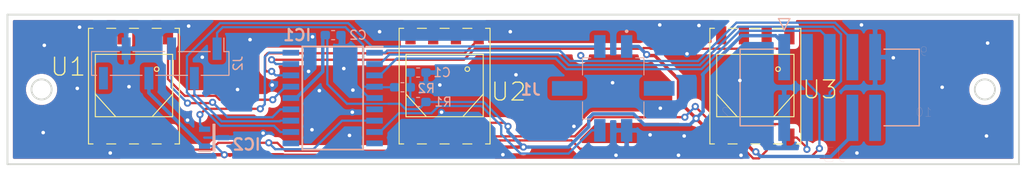
<source format=kicad_pcb>
(kicad_pcb (version 20171130) (host pcbnew "(5.1.4)-1")

  (general
    (thickness 1.6)
    (drawings 93)
    (tracks 323)
    (zones 0)
    (modules 12)
    (nets 32)
  )

  (page A4)
  (layers
    (0 F.Cu signal)
    (31 B.Cu signal)
    (32 B.Adhes user)
    (33 F.Adhes user)
    (34 B.Paste user)
    (35 F.Paste user)
    (36 B.SilkS user)
    (37 F.SilkS user)
    (38 B.Mask user)
    (39 F.Mask user)
    (40 Dwgs.User user)
    (41 Cmts.User user)
    (42 Eco1.User user)
    (43 Eco2.User user)
    (44 Edge.Cuts user)
    (45 Margin user)
    (46 B.CrtYd user)
    (47 F.CrtYd user)
    (48 B.Fab user hide)
    (49 F.Fab user)
  )

  (setup
    (last_trace_width 0.381)
    (user_trace_width 0.2032)
    (user_trace_width 0.254)
    (user_trace_width 0.381)
    (user_trace_width 0.508)
    (trace_clearance 0.2)
    (zone_clearance 0.508)
    (zone_45_only no)
    (trace_min 0.2)
    (via_size 0.8)
    (via_drill 0.4)
    (via_min_size 0.4)
    (via_min_drill 0.3)
    (uvia_size 0.3)
    (uvia_drill 0.1)
    (uvias_allowed no)
    (uvia_min_size 0.2)
    (uvia_min_drill 0.1)
    (edge_width 0.05)
    (segment_width 0.2)
    (pcb_text_width 0.3)
    (pcb_text_size 1.5 1.5)
    (mod_edge_width 0.12)
    (mod_text_size 1 1)
    (mod_text_width 0.15)
    (pad_size 1.143 2.032)
    (pad_drill 0)
    (pad_to_mask_clearance 0.051)
    (solder_mask_min_width 0.25)
    (aux_axis_origin 0 0)
    (visible_elements 7FFFFFFF)
    (pcbplotparams
      (layerselection 0x010fc_ffffffff)
      (usegerberextensions false)
      (usegerberattributes false)
      (usegerberadvancedattributes false)
      (creategerberjobfile false)
      (excludeedgelayer true)
      (linewidth 0.100000)
      (plotframeref false)
      (viasonmask false)
      (mode 1)
      (useauxorigin false)
      (hpglpennumber 1)
      (hpglpenspeed 20)
      (hpglpendiameter 15.000000)
      (psnegative false)
      (psa4output false)
      (plotreference true)
      (plotvalue true)
      (plotinvisibletext false)
      (padsonsilk false)
      (subtractmaskfromsilk false)
      (outputformat 1)
      (mirror false)
      (drillshape 1)
      (scaleselection 1)
      (outputdirectory ""))
  )

  (net 0 "")
  (net 1 "Net-(U1-Pad6)")
  (net 2 "Net-(U1-Pad7)")
  (net 3 "Net-(U1-Pad8)")
  (net 4 SS0)
  (net 5 SCLK)
  (net 6 MISO)
  (net 7 GND)
  (net 8 SS1)
  (net 9 "Net-(U2-Pad6)")
  (net 10 "Net-(U2-Pad7)")
  (net 11 "Net-(U2-Pad8)")
  (net 12 SS2)
  (net 13 "Net-(U3-Pad6)")
  (net 14 "Net-(U3-Pad7)")
  (net 15 "Net-(U3-Pad8)")
  (net 16 "Net-(C1-Pad1)")
  (net 17 +3V3)
  (net 18 UART_TX)
  (net 19 UART_RX)
  (net 20 "Net-(J2-Pad6)")
  (net 21 ICSPDAT)
  (net 22 ICSPCLK)
  (net 23 ~MCLR)
  (net 24 SCK)
  (net 25 "Net-(J3-Pad10)")
  (net 26 SS3)
  (net 27 SS4)
  (net 28 SS5)
  (net 29 TempO)
  (net 30 "Net-(IC1-Pad6)")
  (net 31 "Net-(IC1-Pad9)")

  (net_class Default "This is the default net class."
    (clearance 0.2)
    (trace_width 0.25)
    (via_dia 0.8)
    (via_drill 0.4)
    (uvia_dia 0.3)
    (uvia_drill 0.1)
    (add_net +3V3)
    (add_net GND)
    (add_net ICSPCLK)
    (add_net ICSPDAT)
    (add_net MISO)
    (add_net "Net-(C1-Pad1)")
    (add_net "Net-(IC1-Pad6)")
    (add_net "Net-(IC1-Pad9)")
    (add_net "Net-(J2-Pad6)")
    (add_net "Net-(J3-Pad10)")
    (add_net "Net-(U1-Pad6)")
    (add_net "Net-(U1-Pad7)")
    (add_net "Net-(U1-Pad8)")
    (add_net "Net-(U2-Pad6)")
    (add_net "Net-(U2-Pad7)")
    (add_net "Net-(U2-Pad8)")
    (add_net "Net-(U3-Pad6)")
    (add_net "Net-(U3-Pad7)")
    (add_net "Net-(U3-Pad8)")
    (add_net SCK)
    (add_net SCLK)
    (add_net SS0)
    (add_net SS1)
    (add_net SS2)
    (add_net SS3)
    (add_net SS4)
    (add_net SS5)
    (add_net TempO)
    (add_net UART_RX)
    (add_net UART_TX)
    (add_net ~MCLR)
  )

  (module Connector_PinHeader_2.54mm:PinHeader_1x06_P2.54mm_Vertical_SMD_Pin1Right (layer B.Cu) (tedit 59FED5CC) (tstamp 5E2C42E3)
    (at 67.437 91.186 90)
    (descr "surface-mounted straight pin header, 1x06, 2.54mm pitch, single row, style 2 (pin 1 right)")
    (tags "Surface mounted pin header SMD 1x06 2.54mm single row style2 pin1 right")
    (path /5E08FA26)
    (attr smd)
    (fp_text reference J2 (at 0 8.68 90) (layer B.SilkS)
      (effects (font (size 1 1) (thickness 0.15)) (justify mirror))
    )
    (fp_text value Conn_01x06 (at 0 -8.68 90) (layer B.Fab)
      (effects (font (size 1 1) (thickness 0.15)) (justify mirror))
    )
    (fp_text user %R (at 0 0 180) (layer B.Fab)
      (effects (font (size 1 1) (thickness 0.15)) (justify mirror))
    )
    (fp_line (start 3.45 8.15) (end -3.45 8.15) (layer B.CrtYd) (width 0.05))
    (fp_line (start 3.45 -8.15) (end 3.45 8.15) (layer B.CrtYd) (width 0.05))
    (fp_line (start -3.45 -8.15) (end 3.45 -8.15) (layer B.CrtYd) (width 0.05))
    (fp_line (start -3.45 8.15) (end -3.45 -8.15) (layer B.CrtYd) (width 0.05))
    (fp_line (start -1.33 -2.03) (end -1.33 -5.59) (layer B.SilkS) (width 0.12))
    (fp_line (start -1.33 3.05) (end -1.33 -0.51) (layer B.SilkS) (width 0.12))
    (fp_line (start -1.33 -7.11) (end -1.33 -7.68) (layer B.SilkS) (width 0.12))
    (fp_line (start 1.33 7.68) (end 1.33 7.11) (layer B.SilkS) (width 0.12))
    (fp_line (start 1.33 7.11) (end 2.85 7.11) (layer B.SilkS) (width 0.12))
    (fp_line (start -1.33 7.68) (end -1.33 4.57) (layer B.SilkS) (width 0.12))
    (fp_line (start 1.33 -4.57) (end 1.33 -7.68) (layer B.SilkS) (width 0.12))
    (fp_line (start 1.33 0.51) (end 1.33 -3.05) (layer B.SilkS) (width 0.12))
    (fp_line (start 1.33 5.59) (end 1.33 2.03) (layer B.SilkS) (width 0.12))
    (fp_line (start -1.33 -7.68) (end 1.33 -7.68) (layer B.SilkS) (width 0.12))
    (fp_line (start -1.33 7.68) (end 1.33 7.68) (layer B.SilkS) (width 0.12))
    (fp_line (start 2.54 -4.13) (end 1.27 -4.13) (layer B.Fab) (width 0.1))
    (fp_line (start 2.54 -3.49) (end 2.54 -4.13) (layer B.Fab) (width 0.1))
    (fp_line (start 1.27 -3.49) (end 2.54 -3.49) (layer B.Fab) (width 0.1))
    (fp_line (start 2.54 0.95) (end 1.27 0.95) (layer B.Fab) (width 0.1))
    (fp_line (start 2.54 1.59) (end 2.54 0.95) (layer B.Fab) (width 0.1))
    (fp_line (start 1.27 1.59) (end 2.54 1.59) (layer B.Fab) (width 0.1))
    (fp_line (start 2.54 6.03) (end 1.27 6.03) (layer B.Fab) (width 0.1))
    (fp_line (start 2.54 6.67) (end 2.54 6.03) (layer B.Fab) (width 0.1))
    (fp_line (start 1.27 6.67) (end 2.54 6.67) (layer B.Fab) (width 0.1))
    (fp_line (start -2.54 -6.67) (end -1.27 -6.67) (layer B.Fab) (width 0.1))
    (fp_line (start -2.54 -6.03) (end -2.54 -6.67) (layer B.Fab) (width 0.1))
    (fp_line (start -1.27 -6.03) (end -2.54 -6.03) (layer B.Fab) (width 0.1))
    (fp_line (start -2.54 -1.59) (end -1.27 -1.59) (layer B.Fab) (width 0.1))
    (fp_line (start -2.54 -0.95) (end -2.54 -1.59) (layer B.Fab) (width 0.1))
    (fp_line (start -1.27 -0.95) (end -2.54 -0.95) (layer B.Fab) (width 0.1))
    (fp_line (start -2.54 3.49) (end -1.27 3.49) (layer B.Fab) (width 0.1))
    (fp_line (start -2.54 4.13) (end -2.54 3.49) (layer B.Fab) (width 0.1))
    (fp_line (start -1.27 4.13) (end -2.54 4.13) (layer B.Fab) (width 0.1))
    (fp_line (start -1.27 7.62) (end -1.27 -7.62) (layer B.Fab) (width 0.1))
    (fp_line (start 1.27 6.67) (end 0.32 7.62) (layer B.Fab) (width 0.1))
    (fp_line (start 1.27 -7.62) (end 1.27 6.67) (layer B.Fab) (width 0.1))
    (fp_line (start -1.27 7.62) (end 0.32 7.62) (layer B.Fab) (width 0.1))
    (fp_line (start 1.27 -7.62) (end -1.27 -7.62) (layer B.Fab) (width 0.1))
    (pad 5 smd rect (at 1.655 -3.81 90) (size 2.51 1) (layers B.Cu B.Paste B.Mask)
      (net 7 GND))
    (pad 3 smd rect (at 1.655 1.27 90) (size 2.51 1) (layers B.Cu B.Paste B.Mask)
      (net 21 ICSPDAT))
    (pad 1 smd rect (at 1.655 6.35 90) (size 2.51 1) (layers B.Cu B.Paste B.Mask)
      (net 23 ~MCLR))
    (pad 6 smd rect (at -1.655 -6.35 90) (size 2.51 1) (layers B.Cu B.Paste B.Mask)
      (net 20 "Net-(J2-Pad6)"))
    (pad 4 smd rect (at -1.655 -1.27 90) (size 2.51 1) (layers B.Cu B.Paste B.Mask)
      (net 17 +3V3))
    (pad 2 smd rect (at -1.655 3.81 90) (size 2.51 1) (layers B.Cu B.Paste B.Mask)
      (net 22 ICSPCLK))
    (model ${KISYS3DMOD}/Connector_PinHeader_2.54mm.3dshapes/PinHeader_1x06_P2.54mm_Vertical_SMD_Pin1Right.wrl
      (at (xyz 0 0 0))
      (scale (xyz 1 1 1))
      (rotate (xyz 0 0 0))
    )
  )

  (module "Pressure Sensor PDC:PressureSensor" (layer F.Cu) (tedit 5DE832CD) (tstamp 5E2C3ED0)
    (at 133.9342 94.615)
    (path /5E2B9E78)
    (fp_text reference U3 (at 7.2263 -0.508) (layer F.SilkS)
      (effects (font (size 2 2) (thickness 0.15)))
    )
    (fp_text value PressureSensor (at 0 7.62) (layer F.Fab)
      (effects (font (size 2 2) (thickness 0.15)))
    )
    (fp_line (start -4.826 5.588) (end -4.572 5.588) (layer F.SilkS) (width 0.12))
    (fp_line (start -2.032 5.588) (end -3.048 5.588) (layer F.SilkS) (width 0.12))
    (fp_line (start -0.508 5.588) (end 0.508 5.588) (layer F.SilkS) (width 0.12))
    (fp_line (start 2.032 5.588) (end 3.048 5.588) (layer F.SilkS) (width 0.12))
    (fp_line (start -4.826 5.588) (end -5.08 5.588) (layer F.SilkS) (width 0.12))
    (fp_line (start -5.08 5.588) (end -5.08 -7.366) (layer F.SilkS) (width 0.12))
    (fp_line (start -4.572 -7.366) (end -5.08 -7.366) (layer F.SilkS) (width 0.12))
    (fp_line (start -3.048 -7.366) (end -2.032 -7.366) (layer F.SilkS) (width 0.12))
    (fp_line (start -0.508 -7.366) (end 0.508 -7.366) (layer F.SilkS) (width 0.12))
    (fp_line (start 2.032 -7.366) (end 3.048 -7.366) (layer F.SilkS) (width 0.12))
    (fp_line (start 4.572 -7.366) (end 5.08 -7.366) (layer F.SilkS) (width 0.12))
    (fp_line (start 5.08 -7.366) (end 5.08 5.588) (layer F.SilkS) (width 0.12))
    (fp_line (start 5.08 5.588) (end 4.572 5.588) (layer F.SilkS) (width 0.12))
    (fp_line (start -4.318 -4.45) (end 4.318 -4.45) (layer F.SilkS) (width 0.12))
    (fp_line (start 4.318 -4.45) (end 4.318 2.54) (layer F.SilkS) (width 0.12))
    (fp_line (start 4.318 2.54) (end -4.318 2.54) (layer F.SilkS) (width 0.12))
    (fp_line (start -4.318 2.54) (end -4.318 -4.45) (layer F.SilkS) (width 0.12))
    (fp_line (start -4.318 0) (end -2.032 2.54) (layer F.SilkS) (width 0.12))
    (fp_line (start 2.032 2.54) (end 4.318 0) (layer F.SilkS) (width 0.12))
    (fp_circle (center 2.54 -2.794) (end 2.54 -3.048) (layer F.SilkS) (width 0.12))
    (pad 1 smd rect (at -3.814 4.878) (size 1.143 2.032) (layers F.Cu F.Paste F.Mask)
      (net 7 GND))
    (pad 2 smd rect (at -1.274 4.878) (size 1.143 2.032) (layers F.Cu F.Paste F.Mask)
      (net 17 +3V3))
    (pad 3 smd rect (at 1.266 4.878) (size 1.143 2.032) (layers F.Cu F.Paste F.Mask)
      (net 6 MISO))
    (pad 4 smd rect (at 3.806 4.878) (size 1.143 2.032) (layers F.Cu F.Paste F.Mask)
      (net 5 SCLK))
    (pad 8 smd rect (at -3.814 -6.582) (size 1.143 2.032) (layers F.Cu F.Paste F.Mask)
      (net 15 "Net-(U3-Pad8)"))
    (pad 7 smd rect (at -1.274 -6.582) (size 1.143 2.032) (layers F.Cu F.Paste F.Mask)
      (net 14 "Net-(U3-Pad7)"))
    (pad 6 smd rect (at 1.266 -6.582) (size 1.143 2.032) (layers F.Cu F.Paste F.Mask)
      (net 13 "Net-(U3-Pad6)"))
    (pad 5 smd rect (at 3.806 -6.582) (size 1.143 2.032) (layers F.Cu F.Paste F.Mask)
      (net 28 SS5))
  )

  (module "Pressure Sensor PDC:PressureSensor" (layer F.Cu) (tedit 5DE832CD) (tstamp 5E2C3EB0)
    (at 99.213 94.615)
    (path /5E2B9A49)
    (fp_text reference U2 (at 7.1495 -0.254) (layer F.SilkS)
      (effects (font (size 2 2) (thickness 0.15)))
    )
    (fp_text value PressureSensor (at 0 7.62) (layer F.Fab)
      (effects (font (size 2 2) (thickness 0.15)))
    )
    (fp_line (start -4.826 5.588) (end -4.572 5.588) (layer F.SilkS) (width 0.12))
    (fp_line (start -2.032 5.588) (end -3.048 5.588) (layer F.SilkS) (width 0.12))
    (fp_line (start -0.508 5.588) (end 0.508 5.588) (layer F.SilkS) (width 0.12))
    (fp_line (start 2.032 5.588) (end 3.048 5.588) (layer F.SilkS) (width 0.12))
    (fp_line (start -4.826 5.588) (end -5.08 5.588) (layer F.SilkS) (width 0.12))
    (fp_line (start -5.08 5.588) (end -5.08 -7.366) (layer F.SilkS) (width 0.12))
    (fp_line (start -4.572 -7.366) (end -5.08 -7.366) (layer F.SilkS) (width 0.12))
    (fp_line (start -3.048 -7.366) (end -2.032 -7.366) (layer F.SilkS) (width 0.12))
    (fp_line (start -0.508 -7.366) (end 0.508 -7.366) (layer F.SilkS) (width 0.12))
    (fp_line (start 2.032 -7.366) (end 3.048 -7.366) (layer F.SilkS) (width 0.12))
    (fp_line (start 4.572 -7.366) (end 5.08 -7.366) (layer F.SilkS) (width 0.12))
    (fp_line (start 5.08 -7.366) (end 5.08 5.588) (layer F.SilkS) (width 0.12))
    (fp_line (start 5.08 5.588) (end 4.572 5.588) (layer F.SilkS) (width 0.12))
    (fp_line (start -4.318 -4.45) (end 4.318 -4.45) (layer F.SilkS) (width 0.12))
    (fp_line (start 4.318 -4.45) (end 4.318 2.54) (layer F.SilkS) (width 0.12))
    (fp_line (start 4.318 2.54) (end -4.318 2.54) (layer F.SilkS) (width 0.12))
    (fp_line (start -4.318 2.54) (end -4.318 -4.45) (layer F.SilkS) (width 0.12))
    (fp_line (start -4.318 0) (end -2.032 2.54) (layer F.SilkS) (width 0.12))
    (fp_line (start 2.032 2.54) (end 4.318 0) (layer F.SilkS) (width 0.12))
    (fp_circle (center 2.54 -2.794) (end 2.54 -3.048) (layer F.SilkS) (width 0.12))
    (pad 1 smd rect (at -3.814 4.878) (size 1.143 2.032) (layers F.Cu F.Paste F.Mask)
      (net 7 GND))
    (pad 2 smd rect (at -1.274 4.878) (size 1.143 2.032) (layers F.Cu F.Paste F.Mask)
      (net 17 +3V3))
    (pad 3 smd rect (at 1.266 4.878) (size 1.143 2.032) (layers F.Cu F.Paste F.Mask)
      (net 6 MISO))
    (pad 4 smd rect (at 3.806 4.878) (size 1.143 2.032) (layers F.Cu F.Paste F.Mask)
      (net 5 SCLK))
    (pad 8 smd rect (at -3.814 -6.582) (size 1.143 2.032) (layers F.Cu F.Paste F.Mask)
      (net 11 "Net-(U2-Pad8)"))
    (pad 7 smd rect (at -1.274 -6.582) (size 1.143 2.032) (layers F.Cu F.Paste F.Mask)
      (net 10 "Net-(U2-Pad7)"))
    (pad 6 smd rect (at 1.266 -6.582) (size 1.143 2.032) (layers F.Cu F.Paste F.Mask)
      (net 9 "Net-(U2-Pad6)"))
    (pad 5 smd rect (at 3.806 -6.582) (size 1.143 2.032) (layers F.Cu F.Paste F.Mask)
      (net 27 SS4))
  )

  (module "Pressure Sensor PDC:PressureSensor" (layer F.Cu) (tedit 5DE832CD) (tstamp 5E2C3E90)
    (at 64.49968 94.615)
    (path /5E2B91FC)
    (fp_text reference U1 (at -7.34968 -3.048) (layer F.SilkS)
      (effects (font (size 2 2) (thickness 0.15)))
    )
    (fp_text value PressureSensor (at 0 7.62) (layer F.Fab)
      (effects (font (size 2 2) (thickness 0.15)))
    )
    (fp_line (start -4.826 5.588) (end -4.572 5.588) (layer F.SilkS) (width 0.12))
    (fp_line (start -2.032 5.588) (end -3.048 5.588) (layer F.SilkS) (width 0.12))
    (fp_line (start -0.508 5.588) (end 0.508 5.588) (layer F.SilkS) (width 0.12))
    (fp_line (start 2.032 5.588) (end 3.048 5.588) (layer F.SilkS) (width 0.12))
    (fp_line (start -4.826 5.588) (end -5.08 5.588) (layer F.SilkS) (width 0.12))
    (fp_line (start -5.08 5.588) (end -5.08 -7.366) (layer F.SilkS) (width 0.12))
    (fp_line (start -4.572 -7.366) (end -5.08 -7.366) (layer F.SilkS) (width 0.12))
    (fp_line (start -3.048 -7.366) (end -2.032 -7.366) (layer F.SilkS) (width 0.12))
    (fp_line (start -0.508 -7.366) (end 0.508 -7.366) (layer F.SilkS) (width 0.12))
    (fp_line (start 2.032 -7.366) (end 3.048 -7.366) (layer F.SilkS) (width 0.12))
    (fp_line (start 4.572 -7.366) (end 5.08 -7.366) (layer F.SilkS) (width 0.12))
    (fp_line (start 5.08 -7.366) (end 5.08 5.588) (layer F.SilkS) (width 0.12))
    (fp_line (start 5.08 5.588) (end 4.572 5.588) (layer F.SilkS) (width 0.12))
    (fp_line (start -4.318 -4.45) (end 4.318 -4.45) (layer F.SilkS) (width 0.12))
    (fp_line (start 4.318 -4.45) (end 4.318 2.54) (layer F.SilkS) (width 0.12))
    (fp_line (start 4.318 2.54) (end -4.318 2.54) (layer F.SilkS) (width 0.12))
    (fp_line (start -4.318 2.54) (end -4.318 -4.45) (layer F.SilkS) (width 0.12))
    (fp_line (start -4.318 0) (end -2.032 2.54) (layer F.SilkS) (width 0.12))
    (fp_line (start 2.032 2.54) (end 4.318 0) (layer F.SilkS) (width 0.12))
    (fp_circle (center 2.54 -2.794) (end 2.54 -3.048) (layer F.SilkS) (width 0.12))
    (pad 1 smd rect (at -3.814 4.878) (size 1.143 2.032) (layers F.Cu F.Paste F.Mask)
      (net 7 GND))
    (pad 2 smd rect (at -1.274 4.878) (size 1.143 2.032) (layers F.Cu F.Paste F.Mask)
      (net 17 +3V3))
    (pad 3 smd rect (at 1.266 4.878) (size 1.143 2.032) (layers F.Cu F.Paste F.Mask)
      (net 6 MISO))
    (pad 4 smd rect (at 3.806 4.878) (size 1.143 2.032) (layers F.Cu F.Paste F.Mask)
      (net 5 SCLK))
    (pad 8 smd rect (at -3.814 -6.582) (size 1.143 2.032) (layers F.Cu F.Paste F.Mask)
      (net 3 "Net-(U1-Pad8)"))
    (pad 7 smd rect (at -1.274 -6.582) (size 1.143 2.032) (layers F.Cu F.Paste F.Mask)
      (net 2 "Net-(U1-Pad7)"))
    (pad 6 smd rect (at 1.266 -6.582) (size 1.143 2.032) (layers F.Cu F.Paste F.Mask)
      (net 1 "Net-(U1-Pad6)"))
    (pad 5 smd rect (at 3.806 -6.582) (size 1.143 2.032) (layers F.Cu F.Paste F.Mask)
      (net 26 SS3))
  )

  (module "Pressure Sensor PDC:3M_N2510-6V0C-RB-WD" (layer B.Cu) (tedit 5E2A8F3F) (tstamp 5E2C23B8)
    (at 142.24 93.8784)
    (path /5E2C116D)
    (fp_text reference J3 (at 0.48349 7.58307) (layer B.SilkS)
      (effects (font (size 1.643008 1.643008) (thickness 0.015)) (justify mirror))
    )
    (fp_text value Conn_01x10_Male (at 14.378645 -7.405615) (layer B.Fab)
      (effects (font (size 1.643157 1.643157) (thickness 0.015)) (justify mirror))
    )
    (fp_text user 9 (at 10.5181 -4.03956) (layer B.Fab)
      (effects (font (size 1.000236 1.000236) (thickness 0.015)) (justify mirror))
    )
    (fp_text user 10 (at 10.5308 2.77259) (layer B.Fab)
      (effects (font (size 1.001441 1.001441) (thickness 0.015)) (justify mirror))
    )
    (fp_text user 1 (at -11.675 -4.04429) (layer B.Fab)
      (effects (font (size 1.001409 1.001409) (thickness 0.015)) (justify mirror))
    )
    (fp_text user 2 (at -11.6783 2.77328) (layer B.Fab)
      (effects (font (size 1.001693 1.001693) (thickness 0.015)) (justify mirror))
    )
    (fp_line (start 10.0076 4.2926) (end -10.0076 4.2926) (layer B.Fab) (width 0.1524))
    (fp_line (start 10.0076 -4.2926) (end 10.0076 4.2926) (layer B.Fab) (width 0.1524))
    (fp_line (start -10.0076 -4.2926) (end 10.0076 -4.2926) (layer B.Fab) (width 0.1524))
    (fp_line (start -10.0076 4.2926) (end -10.0076 -4.2926) (layer B.Fab) (width 0.1524))
    (fp_line (start -5.715 -7.7216) (end -5.08 -6.4516) (layer B.Fab) (width 0.1524))
    (fp_line (start -4.445 -7.7216) (end -5.715 -7.7216) (layer B.Fab) (width 0.1524))
    (fp_line (start -5.08 -6.4516) (end -4.445 -7.7216) (layer B.Fab) (width 0.1524))
    (fp_text user 9 (at 10.5254 -4.04237) (layer B.SilkS)
      (effects (font (size 1.000937 1.000937) (thickness 0.015)) (justify mirror))
    )
    (fp_text user 10 (at 10.5308 2.77259) (layer B.SilkS)
      (effects (font (size 1.001441 1.001441) (thickness 0.015)) (justify mirror))
    )
    (fp_text user 1 (at -11.6808 -4.0463) (layer B.SilkS)
      (effects (font (size 1.001906 1.001906) (thickness 0.015)) (justify mirror))
    )
    (fp_text user 2 (at -11.6636 2.76978) (layer B.SilkS)
      (effects (font (size 1.000425 1.000425) (thickness 0.015)) (justify mirror))
    )
    (fp_line (start -6.0706 4.2926) (end -10.0076 4.2926) (layer B.SilkS) (width 0.1524))
    (fp_line (start 10.0076 4.2926) (end 6.0706 4.2926) (layer B.SilkS) (width 0.1524))
    (fp_line (start 10.0076 -4.2926) (end 10.0076 4.2926) (layer B.SilkS) (width 0.1524))
    (fp_line (start -10.0076 -4.2926) (end -6.0706 -4.2926) (layer B.SilkS) (width 0.1524))
    (fp_line (start -10.0076 4.2926) (end -10.0076 -4.2926) (layer B.SilkS) (width 0.1524))
    (fp_line (start -5.715 -7.7216) (end -5.08 -6.4516) (layer B.SilkS) (width 0.1524))
    (fp_line (start -4.445 -7.7216) (end -5.715 -7.7216) (layer B.SilkS) (width 0.1524))
    (fp_line (start -5.08 -6.4516) (end -4.445 -7.7216) (layer B.SilkS) (width 0.1524))
    (fp_line (start 6.0706 -4.2926) (end 10.0076 -4.2926) (layer B.SilkS) (width 0.1524))
    (pad 10 smd rect (at 5.08 3.4036) (size 1.3208 5.1816) (layers B.Cu B.Paste B.Mask)
      (net 25 "Net-(J3-Pad10)"))
    (pad 9 smd rect (at 5.08 -3.4036) (size 1.3208 5.1816) (layers B.Cu B.Paste B.Mask)
      (net 7 GND))
    (pad 8 smd rect (at 2.54 3.4036) (size 1.3208 5.1816) (layers B.Cu B.Paste B.Mask)
      (net 17 +3V3))
    (pad 7 smd rect (at 2.54 -3.4036) (size 1.3208 5.1816) (layers B.Cu B.Paste B.Mask)
      (net 4 SS0))
    (pad 6 smd rect (at 0 3.4036) (size 1.3208 5.1816) (layers B.Cu B.Paste B.Mask)
      (net 8 SS1))
    (pad 5 smd rect (at 0 -3.4036) (size 1.3208 5.1816) (layers B.Cu B.Paste B.Mask)
      (net 12 SS2))
    (pad 4 smd rect (at -2.54 3.4036) (size 1.3208 5.1816) (layers B.Cu B.Paste B.Mask)
      (net 5 SCLK))
    (pad 3 smd rect (at -2.54 -3.4036) (size 1.3208 5.1816) (layers B.Cu B.Paste B.Mask)
      (net 6 MISO))
    (pad 2 smd rect (at -5.08 3.4036) (size 1.3208 5.1816) (layers B.Cu B.Paste B.Mask)
      (net 7 GND))
    (pad 1 smd rect (at -5.08 -3.4036) (size 1.3208 5.1816) (layers B.Cu B.Paste B.Mask)
      (net 17 +3V3))
  )

  (module "Pressure Sensor PDC:SOIC127P1030X265-18N" (layer B.Cu) (tedit 0) (tstamp 5E2C1CDB)
    (at 86.70798 95.0595 180)
    (descr "SO 18-Lead [SOIC]")
    (tags "Integrated Circuit")
    (path /5E14ECE1)
    (attr smd)
    (fp_text reference IC1 (at 3.96748 7.0485) (layer B.SilkS)
      (effects (font (size 1.27 1.27) (thickness 0.254)) (justify mirror))
    )
    (fp_text value PIC16LF1826-I_SO (at 0 0) (layer B.SilkS) hide
      (effects (font (size 1.27 1.27) (thickness 0.254)) (justify mirror))
    )
    (fp_text user %R (at 0 0) (layer B.Fab)
      (effects (font (size 1.27 1.27) (thickness 0.254)) (justify mirror))
    )
    (fp_line (start -5.85 6.025) (end 5.85 6.025) (layer B.CrtYd) (width 0.05))
    (fp_line (start 5.85 6.025) (end 5.85 -6.025) (layer B.CrtYd) (width 0.05))
    (fp_line (start 5.85 -6.025) (end -5.85 -6.025) (layer B.CrtYd) (width 0.05))
    (fp_line (start -5.85 -6.025) (end -5.85 6.025) (layer B.CrtYd) (width 0.05))
    (fp_line (start -3.75 5.775) (end 3.75 5.775) (layer B.Fab) (width 0.1))
    (fp_line (start 3.75 5.775) (end 3.75 -5.775) (layer B.Fab) (width 0.1))
    (fp_line (start 3.75 -5.775) (end -3.75 -5.775) (layer B.Fab) (width 0.1))
    (fp_line (start -3.75 -5.775) (end -3.75 5.775) (layer B.Fab) (width 0.1))
    (fp_line (start -3.75 4.505) (end -2.48 5.775) (layer B.Fab) (width 0.1))
    (fp_line (start -3.4 5.775) (end 3.4 5.775) (layer B.SilkS) (width 0.2))
    (fp_line (start 3.4 5.775) (end 3.4 -5.775) (layer B.SilkS) (width 0.2))
    (fp_line (start 3.4 -5.775) (end -3.4 -5.775) (layer B.SilkS) (width 0.2))
    (fp_line (start -3.4 -5.775) (end -3.4 5.775) (layer B.SilkS) (width 0.2))
    (fp_line (start -5.6 5.755) (end -3.75 5.755) (layer B.SilkS) (width 0.2))
    (pad 1 smd rect (at -4.675 5.08 90) (size 0.65 1.85) (layers B.Cu B.Paste B.Mask)
      (net 4 SS0))
    (pad 2 smd rect (at -4.675 3.81 90) (size 0.65 1.85) (layers B.Cu B.Paste B.Mask)
      (net 8 SS1))
    (pad 3 smd rect (at -4.675 2.54 90) (size 0.65 1.85) (layers B.Cu B.Paste B.Mask)
      (net 12 SS2))
    (pad 4 smd rect (at -4.675 1.27 90) (size 0.65 1.85) (layers B.Cu B.Paste B.Mask)
      (net 23 ~MCLR))
    (pad 5 smd rect (at -4.675 0 90) (size 0.65 1.85) (layers B.Cu B.Paste B.Mask)
      (net 7 GND))
    (pad 6 smd rect (at -4.675 -1.27 90) (size 0.65 1.85) (layers B.Cu B.Paste B.Mask)
      (net 30 "Net-(IC1-Pad6)"))
    (pad 7 smd rect (at -4.675 -2.54 90) (size 0.65 1.85) (layers B.Cu B.Paste B.Mask)
      (net 6 MISO))
    (pad 8 smd rect (at -4.675 -3.81 90) (size 0.65 1.85) (layers B.Cu B.Paste B.Mask)
      (net 19 UART_RX))
    (pad 9 smd rect (at -4.675 -5.08 90) (size 0.65 1.85) (layers B.Cu B.Paste B.Mask)
      (net 31 "Net-(IC1-Pad9)"))
    (pad 10 smd rect (at 4.675 -5.08 90) (size 0.65 1.85) (layers B.Cu B.Paste B.Mask)
      (net 24 SCK))
    (pad 11 smd rect (at 4.675 -3.81 90) (size 0.65 1.85) (layers B.Cu B.Paste B.Mask)
      (net 18 UART_TX))
    (pad 12 smd rect (at 4.675 -2.54 90) (size 0.65 1.85) (layers B.Cu B.Paste B.Mask)
      (net 22 ICSPCLK))
    (pad 13 smd rect (at 4.675 -1.27 90) (size 0.65 1.85) (layers B.Cu B.Paste B.Mask)
      (net 21 ICSPDAT))
    (pad 14 smd rect (at 4.675 0 90) (size 0.65 1.85) (layers B.Cu B.Paste B.Mask)
      (net 17 +3V3))
    (pad 15 smd rect (at 4.675 1.27 90) (size 0.65 1.85) (layers B.Cu B.Paste B.Mask)
      (net 26 SS3))
    (pad 16 smd rect (at 4.675 2.54 90) (size 0.65 1.85) (layers B.Cu B.Paste B.Mask)
      (net 27 SS4))
    (pad 17 smd rect (at 4.675 3.81 90) (size 0.65 1.85) (layers B.Cu B.Paste B.Mask)
      (net 28 SS5))
    (pad 18 smd rect (at 4.675 5.08 90) (size 0.65 1.85) (layers B.Cu B.Paste B.Mask)
      (net 29 TempO))
    (model PIC16LF1826-I_SO.stp
      (at (xyz 0 0 0))
      (scale (xyz 1 1 1))
      (rotate (xyz 0 0 0))
    )
  )

  (module "Pressure Sensor PDC:SOT95P237X112-3N" (layer B.Cu) (tedit 0) (tstamp 5E2C17D4)
    (at 73.44 99.502)
    (descr "DBZ (R-PDSO-G3)")
    (tags "Integrated Circuit")
    (path /5E15B83C)
    (attr smd)
    (fp_text reference IC2 (at 3.649 0.7645) (layer B.SilkS)
      (effects (font (size 1.27 1.27) (thickness 0.254)) (justify mirror))
    )
    (fp_text value LM60CIM3_NOPB (at 0 0) (layer B.SilkS) hide
      (effects (font (size 1.27 1.27) (thickness 0.254)) (justify mirror))
    )
    (fp_text user %R (at 0 0) (layer B.Fab)
      (effects (font (size 1.27 1.27) (thickness 0.254)) (justify mirror))
    )
    (fp_line (start -1.925 1.77) (end 1.925 1.77) (layer B.CrtYd) (width 0.05))
    (fp_line (start 1.925 1.77) (end 1.925 -1.77) (layer B.CrtYd) (width 0.05))
    (fp_line (start 1.925 -1.77) (end -1.925 -1.77) (layer B.CrtYd) (width 0.05))
    (fp_line (start -1.925 -1.77) (end -1.925 1.77) (layer B.CrtYd) (width 0.05))
    (fp_line (start -0.65 1.46) (end 0.65 1.46) (layer B.Fab) (width 0.1))
    (fp_line (start 0.65 1.46) (end 0.65 -1.46) (layer B.Fab) (width 0.1))
    (fp_line (start 0.65 -1.46) (end -0.65 -1.46) (layer B.Fab) (width 0.1))
    (fp_line (start -0.65 -1.46) (end -0.65 1.46) (layer B.Fab) (width 0.1))
    (fp_line (start -0.65 0.51) (end 0.3 1.46) (layer B.Fab) (width 0.1))
    (fp_line (start -0.075 1.46) (end 0.075 1.46) (layer B.SilkS) (width 0.2))
    (fp_line (start 0.075 1.46) (end 0.075 -1.46) (layer B.SilkS) (width 0.2))
    (fp_line (start 0.075 -1.46) (end -0.075 -1.46) (layer B.SilkS) (width 0.2))
    (fp_line (start -0.075 -1.46) (end -0.075 1.46) (layer B.SilkS) (width 0.2))
    (fp_line (start -1.675 1.5) (end -0.425 1.5) (layer B.SilkS) (width 0.2))
    (pad 1 smd rect (at -1.05 0.95 270) (size 0.6 1.25) (layers B.Cu B.Paste B.Mask)
      (net 17 +3V3))
    (pad 2 smd rect (at -1.05 -0.95 270) (size 0.6 1.25) (layers B.Cu B.Paste B.Mask)
      (net 29 TempO))
    (pad 3 smd rect (at 1.05 0 270) (size 0.6 1.25) (layers B.Cu B.Paste B.Mask)
      (net 7 GND))
    (model LM60CIM3_NOPB.stp
      (at (xyz 0 0 0))
      (scale (xyz 1 1 1))
      (rotate (xyz 0 0 0))
    )
  )

  (module Resistor_SMD:R_0603_1608Metric_Pad1.05x0.95mm_HandSolder (layer B.Cu) (tedit 5B301BBD) (tstamp 5E2C0DA8)
    (at 94.502 93.853)
    (descr "Resistor SMD 0603 (1608 Metric), square (rectangular) end terminal, IPC_7351 nominal with elongated pad for handsoldering. (Body size source: http://www.tortai-tech.com/upload/download/2011102023233369053.pdf), generated with kicad-footprint-generator")
    (tags "resistor handsolder")
    (path /5E1502C0)
    (attr smd)
    (fp_text reference R2 (at 2.653 0.127) (layer B.SilkS)
      (effects (font (size 1 1) (thickness 0.15)) (justify mirror))
    )
    (fp_text value 1k (at 0 -1.43) (layer B.Fab)
      (effects (font (size 1 1) (thickness 0.15)) (justify mirror))
    )
    (fp_text user %R (at 0 0) (layer B.Fab)
      (effects (font (size 0.4 0.4) (thickness 0.06)) (justify mirror))
    )
    (fp_line (start 1.65 -0.73) (end -1.65 -0.73) (layer B.CrtYd) (width 0.05))
    (fp_line (start 1.65 0.73) (end 1.65 -0.73) (layer B.CrtYd) (width 0.05))
    (fp_line (start -1.65 0.73) (end 1.65 0.73) (layer B.CrtYd) (width 0.05))
    (fp_line (start -1.65 -0.73) (end -1.65 0.73) (layer B.CrtYd) (width 0.05))
    (fp_line (start -0.171267 -0.51) (end 0.171267 -0.51) (layer B.SilkS) (width 0.12))
    (fp_line (start -0.171267 0.51) (end 0.171267 0.51) (layer B.SilkS) (width 0.12))
    (fp_line (start 0.8 -0.4) (end -0.8 -0.4) (layer B.Fab) (width 0.1))
    (fp_line (start 0.8 0.4) (end 0.8 -0.4) (layer B.Fab) (width 0.1))
    (fp_line (start -0.8 0.4) (end 0.8 0.4) (layer B.Fab) (width 0.1))
    (fp_line (start -0.8 -0.4) (end -0.8 0.4) (layer B.Fab) (width 0.1))
    (pad 2 smd roundrect (at 0.875 0) (size 1.05 0.95) (layers B.Cu B.Paste B.Mask) (roundrect_rratio 0.25)
      (net 16 "Net-(C1-Pad1)"))
    (pad 1 smd roundrect (at -0.875 0) (size 1.05 0.95) (layers B.Cu B.Paste B.Mask) (roundrect_rratio 0.25)
      (net 23 ~MCLR))
    (model ${KISYS3DMOD}/Resistor_SMD.3dshapes/R_0603_1608Metric.wrl
      (at (xyz 0 0 0))
      (scale (xyz 1 1 1))
      (rotate (xyz 0 0 0))
    )
  )

  (module Resistor_SMD:R_0603_1608Metric_Pad1.05x0.95mm_HandSolder (layer B.Cu) (tedit 5B301BBD) (tstamp 5E2C0D97)
    (at 96.252 95.504)
    (descr "Resistor SMD 0603 (1608 Metric), square (rectangular) end terminal, IPC_7351 nominal with elongated pad for handsoldering. (Body size source: http://www.tortai-tech.com/upload/download/2011102023233369053.pdf), generated with kicad-footprint-generator")
    (tags "resistor handsolder")
    (path /5E150D9D)
    (attr smd)
    (fp_text reference R1 (at 2.794 0) (layer B.SilkS)
      (effects (font (size 1 1) (thickness 0.15)) (justify mirror))
    )
    (fp_text value 10k (at 0 -1.43) (layer B.Fab)
      (effects (font (size 1 1) (thickness 0.15)) (justify mirror))
    )
    (fp_line (start -0.8 -0.4) (end -0.8 0.4) (layer B.Fab) (width 0.1))
    (fp_line (start -0.8 0.4) (end 0.8 0.4) (layer B.Fab) (width 0.1))
    (fp_line (start 0.8 0.4) (end 0.8 -0.4) (layer B.Fab) (width 0.1))
    (fp_line (start 0.8 -0.4) (end -0.8 -0.4) (layer B.Fab) (width 0.1))
    (fp_line (start -0.171267 0.51) (end 0.171267 0.51) (layer B.SilkS) (width 0.12))
    (fp_line (start -0.171267 -0.51) (end 0.171267 -0.51) (layer B.SilkS) (width 0.12))
    (fp_line (start -1.65 -0.73) (end -1.65 0.73) (layer B.CrtYd) (width 0.05))
    (fp_line (start -1.65 0.73) (end 1.65 0.73) (layer B.CrtYd) (width 0.05))
    (fp_line (start 1.65 0.73) (end 1.65 -0.73) (layer B.CrtYd) (width 0.05))
    (fp_line (start 1.65 -0.73) (end -1.65 -0.73) (layer B.CrtYd) (width 0.05))
    (fp_text user %R (at 0 0) (layer B.Fab)
      (effects (font (size 0.4 0.4) (thickness 0.06)) (justify mirror))
    )
    (pad 1 smd roundrect (at -0.875 0) (size 1.05 0.95) (layers B.Cu B.Paste B.Mask) (roundrect_rratio 0.25)
      (net 16 "Net-(C1-Pad1)"))
    (pad 2 smd roundrect (at 0.875 0) (size 1.05 0.95) (layers B.Cu B.Paste B.Mask) (roundrect_rratio 0.25)
      (net 17 +3V3))
    (model ${KISYS3DMOD}/Resistor_SMD.3dshapes/R_0603_1608Metric.wrl
      (at (xyz 0 0 0))
      (scale (xyz 1 1 1))
      (rotate (xyz 0 0 0))
    )
  )

  (module "Pressure Sensor PDC:37946364" (layer B.Cu) (tedit 0) (tstamp 5E2C0D46)
    (at 118.055 93.98)
    (descr 3-794636-4-1)
    (tags Connector)
    (path /5E09135E)
    (attr smd)
    (fp_text reference J1 (at -9.216 0.127) (layer B.SilkS)
      (effects (font (size 1.27 1.27) (thickness 0.254)) (justify mirror))
    )
    (fp_text value Conn_01x04 (at 0 0) (layer B.SilkS) hide
      (effects (font (size 1.27 1.27) (thickness 0.254)) (justify mirror))
    )
    (fp_text user %R (at 0 0) (layer B.Fab)
      (effects (font (size 1.27 1.27) (thickness 0.254)) (justify mirror))
    )
    (fp_line (start -3.43 3.43) (end 3.43 3.43) (layer B.Fab) (width 0.2))
    (fp_line (start 3.43 3.43) (end 3.43 -3.43) (layer B.Fab) (width 0.2))
    (fp_line (start 3.43 -3.43) (end -3.43 -3.43) (layer B.Fab) (width 0.2))
    (fp_line (start -3.43 -3.43) (end -3.43 3.43) (layer B.Fab) (width 0.2))
    (fp_line (start -7.85 6.97) (end 7.85 6.97) (layer B.CrtYd) (width 0.1))
    (fp_line (start 7.85 6.97) (end 7.85 -6.97) (layer B.CrtYd) (width 0.1))
    (fp_line (start 7.85 -6.97) (end -7.85 -6.97) (layer B.CrtYd) (width 0.1))
    (fp_line (start -7.85 -6.97) (end -7.85 6.97) (layer B.CrtYd) (width 0.1))
    (fp_line (start -2.5 3.43) (end -3.43 3.43) (layer B.SilkS) (width 0.1))
    (fp_line (start -3.43 3.43) (end -3.43 1.5) (layer B.SilkS) (width 0.1))
    (fp_line (start -3.43 -1.5) (end -3.43 -3.43) (layer B.SilkS) (width 0.1))
    (fp_line (start -3.43 -3.43) (end -2.5 -3.43) (layer B.SilkS) (width 0.1))
    (fp_line (start 2.5 -3.43) (end 3.43 -3.43) (layer B.SilkS) (width 0.1))
    (fp_line (start 3.43 -3.43) (end 3.43 -1.5) (layer B.SilkS) (width 0.1))
    (fp_line (start 2.5 3.43) (end 3.43 3.43) (layer B.SilkS) (width 0.1))
    (fp_line (start 3.43 3.43) (end 3.43 1.5) (layer B.SilkS) (width 0.1))
    (fp_line (start 1.4 -6.4) (end 1.4 -6.4) (layer B.SilkS) (width 0.2))
    (fp_line (start 1.6 -6.4) (end 1.6 -6.4) (layer B.SilkS) (width 0.2))
    (fp_arc (start 1.5 -6.4) (end 1.4 -6.4) (angle 180) (layer B.SilkS) (width 0.2))
    (fp_arc (start 1.5 -6.4) (end 1.6 -6.4) (angle 180) (layer B.SilkS) (width 0.2))
    (pad 1 smd rect (at 1.5 -4.7) (size 1.27 2.54) (layers B.Cu B.Paste B.Mask)
      (net 17 +3V3))
    (pad 2 smd rect (at 1.5 4.7) (size 1.27 2.54) (layers B.Cu B.Paste B.Mask)
      (net 7 GND))
    (pad 3 smd rect (at -1.5 -4.7) (size 1.27 2.54) (layers B.Cu B.Paste B.Mask)
      (net 18 UART_TX))
    (pad 4 smd rect (at -1.5 4.7) (size 1.27 2.54) (layers B.Cu B.Paste B.Mask)
      (net 19 UART_RX))
    (pad 5 smd rect (at 5.135 0 270) (size 1.65 3.43) (layers B.Cu B.Paste B.Mask))
    (pad 6 smd rect (at -5.135 0 270) (size 1.65 3.43) (layers B.Cu B.Paste B.Mask))
    (model 3-794636-4.stp
      (at (xyz 0 0 0))
      (scale (xyz 1 1 1))
      (rotate (xyz 0 0 0))
    )
  )

  (module Capacitor_SMD:C_0603_1608Metric_Pad1.05x0.95mm_HandSolder (layer B.Cu) (tedit 5B301BBE) (tstamp 5E2C0D27)
    (at 86.755 88.011)
    (descr "Capacitor SMD 0603 (1608 Metric), square (rectangular) end terminal, IPC_7351 nominal with elongated pad for handsoldering. (Body size source: http://www.tortai-tech.com/upload/download/2011102023233369053.pdf), generated with kicad-footprint-generator")
    (tags "capacitor handsolder")
    (path /5E153129)
    (attr smd)
    (fp_text reference C2 (at 2.78 0) (layer B.SilkS)
      (effects (font (size 1 1) (thickness 0.15)) (justify mirror))
    )
    (fp_text value .1u (at 0 -1.43) (layer B.Fab)
      (effects (font (size 1 1) (thickness 0.15)) (justify mirror))
    )
    (fp_text user %R (at 0 0) (layer B.Fab)
      (effects (font (size 0.4 0.4) (thickness 0.06)) (justify mirror))
    )
    (fp_line (start 1.65 -0.73) (end -1.65 -0.73) (layer B.CrtYd) (width 0.05))
    (fp_line (start 1.65 0.73) (end 1.65 -0.73) (layer B.CrtYd) (width 0.05))
    (fp_line (start -1.65 0.73) (end 1.65 0.73) (layer B.CrtYd) (width 0.05))
    (fp_line (start -1.65 -0.73) (end -1.65 0.73) (layer B.CrtYd) (width 0.05))
    (fp_line (start -0.171267 -0.51) (end 0.171267 -0.51) (layer B.SilkS) (width 0.12))
    (fp_line (start -0.171267 0.51) (end 0.171267 0.51) (layer B.SilkS) (width 0.12))
    (fp_line (start 0.8 -0.4) (end -0.8 -0.4) (layer B.Fab) (width 0.1))
    (fp_line (start 0.8 0.4) (end 0.8 -0.4) (layer B.Fab) (width 0.1))
    (fp_line (start -0.8 0.4) (end 0.8 0.4) (layer B.Fab) (width 0.1))
    (fp_line (start -0.8 -0.4) (end -0.8 0.4) (layer B.Fab) (width 0.1))
    (pad 2 smd roundrect (at 0.875 0) (size 1.05 0.95) (layers B.Cu B.Paste B.Mask) (roundrect_rratio 0.25)
      (net 7 GND))
    (pad 1 smd roundrect (at -0.875 0) (size 1.05 0.95) (layers B.Cu B.Paste B.Mask) (roundrect_rratio 0.25)
      (net 17 +3V3))
    (model ${KISYS3DMOD}/Capacitor_SMD.3dshapes/C_0603_1608Metric.wrl
      (at (xyz 0 0 0))
      (scale (xyz 1 1 1))
      (rotate (xyz 0 0 0))
    )
  )

  (module Capacitor_SMD:C_0603_1608Metric_Pad1.05x0.95mm_HandSolder (layer B.Cu) (tedit 5B301BBE) (tstamp 5E2C0D16)
    (at 96.252 92.202)
    (descr "Capacitor SMD 0603 (1608 Metric), square (rectangular) end terminal, IPC_7351 nominal with elongated pad for handsoldering. (Body size source: http://www.tortai-tech.com/upload/download/2011102023233369053.pdf), generated with kicad-footprint-generator")
    (tags "capacitor handsolder")
    (path /5E15110C)
    (attr smd)
    (fp_text reference C1 (at 2.681 0) (layer B.SilkS)
      (effects (font (size 1 1) (thickness 0.15)) (justify mirror))
    )
    (fp_text value .1u (at 0 -1.43) (layer B.Fab)
      (effects (font (size 1 1) (thickness 0.15)) (justify mirror))
    )
    (fp_text user %R (at 0 0) (layer B.Fab)
      (effects (font (size 0.4 0.4) (thickness 0.06)) (justify mirror))
    )
    (fp_line (start 1.65 -0.73) (end -1.65 -0.73) (layer B.CrtYd) (width 0.05))
    (fp_line (start 1.65 0.73) (end 1.65 -0.73) (layer B.CrtYd) (width 0.05))
    (fp_line (start -1.65 0.73) (end 1.65 0.73) (layer B.CrtYd) (width 0.05))
    (fp_line (start -1.65 -0.73) (end -1.65 0.73) (layer B.CrtYd) (width 0.05))
    (fp_line (start -0.171267 -0.51) (end 0.171267 -0.51) (layer B.SilkS) (width 0.12))
    (fp_line (start -0.171267 0.51) (end 0.171267 0.51) (layer B.SilkS) (width 0.12))
    (fp_line (start 0.8 -0.4) (end -0.8 -0.4) (layer B.Fab) (width 0.1))
    (fp_line (start 0.8 0.4) (end 0.8 -0.4) (layer B.Fab) (width 0.1))
    (fp_line (start -0.8 0.4) (end 0.8 0.4) (layer B.Fab) (width 0.1))
    (fp_line (start -0.8 -0.4) (end -0.8 0.4) (layer B.Fab) (width 0.1))
    (pad 2 smd roundrect (at 0.875 0) (size 1.05 0.95) (layers B.Cu B.Paste B.Mask) (roundrect_rratio 0.25)
      (net 7 GND))
    (pad 1 smd roundrect (at -0.875 0) (size 1.05 0.95) (layers B.Cu B.Paste B.Mask) (roundrect_rratio 0.25)
      (net 16 "Net-(C1-Pad1)"))
    (model ${KISYS3DMOD}/Capacitor_SMD.3dshapes/C_0603_1608Metric.wrl
      (at (xyz 0 0 0))
      (scale (xyz 1 1 1))
      (rotate (xyz 0 0 0))
    )
  )

  (gr_line (start 163.3946 85.713125) (end 50.364601 85.713125) (layer Edge.Cuts) (width 0.2))
  (gr_line (start 135.9372 87.038116) (end 135.9372 90.218116) (layer Dwgs.User) (width 0.2))
  (gr_line (start 138.2486 87.038116) (end 138.2486 90.218116) (layer Dwgs.User) (width 0.2))
  (gr_line (start 133.1686 100.378116) (end 133.3972 100.378116) (layer Dwgs.User) (width 0.2))
  (gr_line (start 138.2486 100.378116) (end 138.4772 100.378116) (layer Dwgs.User) (width 0.2))
  (gr_line (start 98.116601 100.378116) (end 98.345201 100.378116) (layer Dwgs.User) (width 0.2))
  (gr_line (start 95.805201 97.208116) (end 95.805201 100.378116) (layer Dwgs.User) (width 0.2))
  (gr_line (start 95.576601 100.378116) (end 95.805201 100.378116) (layer Dwgs.User) (width 0.2))
  (gr_line (start 95.576601 87.038116) (end 95.576601 90.218116) (layer Dwgs.User) (width 0.2))
  (gr_line (start 60.524601 87.038116) (end 60.524601 90.218116) (layer Dwgs.User) (width 0.2))
  (gr_line (start 139.181266 87.038116) (end 128.681266 87.038116) (layer Dwgs.User) (width 0.2))
  (gr_line (start 133.3972 87.038116) (end 133.3972 90.218116) (layer Dwgs.User) (width 0.2))
  (gr_line (start 138.2486 97.208116) (end 138.2486 100.378116) (layer Dwgs.User) (width 0.2))
  (gr_line (start 133.1686 97.208116) (end 133.1686 100.378116) (layer Dwgs.User) (width 0.2))
  (gr_line (start 95.576601 97.208116) (end 95.576601 100.378116) (layer Dwgs.User) (width 0.2))
  (gr_line (start 135.7086 100.378116) (end 135.9372 100.378116) (layer Dwgs.User) (width 0.2))
  (gr_line (start 104.467934 87.038116) (end 93.967934 87.038116) (layer Dwgs.User) (width 0.2))
  (gr_line (start 98.116601 87.038116) (end 98.116601 90.218116) (layer Dwgs.User) (width 0.2))
  (gr_line (start 95.805201 87.038116) (end 95.805201 90.218116) (layer Dwgs.User) (width 0.2))
  (gr_line (start 100.885201 87.038116) (end 100.885201 90.218116) (layer Dwgs.User) (width 0.2))
  (gr_line (start 103.196601 87.038116) (end 103.196601 90.218116) (layer Dwgs.User) (width 0.2))
  (gr_line (start 135.9372 97.208116) (end 135.9372 100.378116) (layer Dwgs.User) (width 0.2))
  (gr_line (start 138.4772 87.038116) (end 138.4772 90.218116) (layer Dwgs.User) (width 0.2))
  (gr_line (start 135.7086 97.208116) (end 135.7086 100.378116) (layer Dwgs.User) (width 0.2))
  (gr_line (start 135.7086 87.038116) (end 135.7086 90.218116) (layer Dwgs.User) (width 0.2))
  (gr_line (start 128.681266 100.388116) (end 139.181266 100.388116) (layer Dwgs.User) (width 0.2))
  (gr_line (start 130.6286 97.208116) (end 130.6286 100.378116) (layer Dwgs.User) (width 0.2))
  (gr_line (start 138.4772 97.208116) (end 138.4772 100.378116) (layer Dwgs.User) (width 0.2))
  (gr_line (start 133.3972 97.208116) (end 133.3972 100.378116) (layer Dwgs.User) (width 0.2))
  (gr_line (start 130.6286 87.038116) (end 130.6286 90.218116) (layer Dwgs.User) (width 0.2))
  (gr_line (start 63.293201 87.038116) (end 63.293201 90.218116) (layer Dwgs.User) (width 0.2))
  (gr_line (start 103.425201 87.038116) (end 103.425201 90.218116) (layer Dwgs.User) (width 0.2))
  (gr_line (start 59.254601 96.700116) (end 69.754601 96.700116) (layer Dwgs.User) (width 0.2))
  (gr_line (start 133.1686 87.038116) (end 133.1686 90.218116) (layer Dwgs.User) (width 0.2))
  (gr_line (start 93.967934 90.218116) (end 104.467934 90.218116) (layer Dwgs.User) (width 0.2))
  (gr_line (start 100.656601 87.038116) (end 100.656601 90.218116) (layer Dwgs.User) (width 0.2))
  (gr_line (start 69.754601 90.726116) (end 59.254601 90.726116) (layer Dwgs.User) (width 0.2))
  (gr_line (start 59.254601 90.218116) (end 69.754601 90.218116) (layer Dwgs.User) (width 0.2))
  (gr_line (start 104.467934 100.388116) (end 104.467934 87.038116) (layer Dwgs.User) (width 0.2))
  (gr_line (start 104.467934 97.208116) (end 93.967934 97.208116) (layer Dwgs.User) (width 0.2))
  (gr_line (start 128.681266 87.038116) (end 128.681266 100.388116) (layer Dwgs.User) (width 0.2))
  (gr_line (start 139.181266 97.208116) (end 128.681266 97.208116) (layer Dwgs.User) (width 0.2))
  (gr_line (start 104.467934 90.726116) (end 93.967934 90.726116) (layer Dwgs.User) (width 0.2))
  (gr_line (start 139.181266 90.726116) (end 128.681266 90.726116) (layer Dwgs.User) (width 0.2))
  (gr_line (start 128.681266 90.218116) (end 139.181266 90.218116) (layer Dwgs.User) (width 0.2))
  (gr_circle (center 54.174601 94.095125) (end 55.304901 94.095125) (layer Edge.Cuts) (width 0.2))
  (gr_line (start 130.8572 97.208116) (end 130.8572 100.378116) (layer Dwgs.User) (width 0.2))
  (gr_line (start 130.6286 100.378116) (end 130.8572 100.378116) (layer Dwgs.User) (width 0.2))
  (gr_line (start 59.254601 87.038116) (end 59.254601 100.388116) (layer Dwgs.User) (width 0.2))
  (gr_line (start 128.681266 96.700116) (end 139.181266 96.700116) (layer Dwgs.User) (width 0.2))
  (gr_line (start 65.604601 87.038116) (end 65.604601 90.218116) (layer Dwgs.User) (width 0.2))
  (gr_line (start 130.8572 87.038116) (end 130.8572 90.218116) (layer Dwgs.User) (width 0.2))
  (gr_line (start 69.754601 100.388116) (end 69.754601 87.038116) (layer Dwgs.User) (width 0.2))
  (gr_line (start 93.967934 96.700116) (end 104.467934 96.700116) (layer Dwgs.User) (width 0.2))
  (gr_circle (center 159.5846 94.095125) (end 160.7149 94.095125) (layer Edge.Cuts) (width 0.2))
  (gr_line (start 98.345201 87.038116) (end 98.345201 90.218116) (layer Dwgs.User) (width 0.2))
  (gr_circle (center 134.057386 93.713116) (end 134.311386 93.713116) (layer Dwgs.User) (width 0.2))
  (gr_line (start 63.064601 87.038116) (end 63.064601 90.218116) (layer Dwgs.User) (width 0.2))
  (gr_circle (center 99.280994 93.713116) (end 99.534994 93.713116) (layer Dwgs.User) (width 0.2))
  (gr_line (start 60.753201 87.038116) (end 60.753201 90.218116) (layer Dwgs.User) (width 0.2))
  (gr_line (start 69.754601 97.208116) (end 59.254601 97.208116) (layer Dwgs.User) (width 0.2))
  (gr_line (start 93.967934 87.038116) (end 93.967934 100.388116) (layer Dwgs.User) (width 0.2))
  (gr_line (start 139.181266 100.388116) (end 139.181266 87.038116) (layer Dwgs.User) (width 0.2))
  (gr_circle (center 64.504601 93.713116) (end 64.758601 93.713116) (layer Dwgs.User) (width 0.2))
  (gr_line (start 63.064601 100.378116) (end 63.064601 97.208116) (layer Dwgs.User) (width 0.2))
  (gr_line (start 63.064601 100.378116) (end 63.293201 100.378116) (layer Dwgs.User) (width 0.2))
  (gr_line (start 98.116601 97.208116) (end 98.116601 100.378116) (layer Dwgs.User) (width 0.2))
  (gr_line (start 65.604601 100.378116) (end 65.833201 100.378116) (layer Dwgs.User) (width 0.2))
  (gr_line (start 69.754601 87.038116) (end 59.254601 87.038116) (layer Dwgs.User) (width 0.2))
  (gr_line (start 100.885201 97.208116) (end 100.885201 100.378116) (layer Dwgs.User) (width 0.2))
  (gr_line (start 68.144601 87.038116) (end 68.144601 90.218116) (layer Dwgs.User) (width 0.2))
  (gr_line (start 103.196601 97.208116) (end 103.196601 100.378116) (layer Dwgs.User) (width 0.2))
  (gr_line (start 65.833201 87.038116) (end 65.833201 90.218116) (layer Dwgs.User) (width 0.2))
  (gr_line (start 103.196601 100.378116) (end 103.425201 100.378116) (layer Dwgs.User) (width 0.2))
  (gr_line (start 68.144601 100.378116) (end 68.373201 100.378116) (layer Dwgs.User) (width 0.2))
  (gr_line (start 163.3946 102.477125) (end 163.3946 85.713125) (layer Edge.Cuts) (width 0.2))
  (gr_line (start 65.833201 100.378116) (end 65.833201 97.208116) (layer Dwgs.User) (width 0.2))
  (gr_line (start 50.364601 102.477125) (end 163.3946 102.477125) (layer Edge.Cuts) (width 0.2))
  (gr_line (start 59.254601 100.388116) (end 69.754601 100.388116) (layer Dwgs.User) (width 0.2))
  (gr_line (start 100.656601 97.208116) (end 100.656601 100.378116) (layer Dwgs.User) (width 0.2))
  (gr_line (start 65.604601 100.378116) (end 65.604601 97.208116) (layer Dwgs.User) (width 0.2))
  (gr_line (start 93.967934 100.388116) (end 104.467934 100.388116) (layer Dwgs.User) (width 0.2))
  (gr_line (start 63.293201 100.378116) (end 63.293201 97.208116) (layer Dwgs.User) (width 0.2))
  (gr_line (start 103.425201 97.208116) (end 103.425201 100.378116) (layer Dwgs.User) (width 0.2))
  (gr_line (start 50.364601 85.713125) (end 50.364601 102.477125) (layer Edge.Cuts) (width 0.2))
  (gr_line (start 68.373201 87.038116) (end 68.373201 90.218116) (layer Dwgs.User) (width 0.2))
  (gr_line (start 60.753201 100.378116) (end 60.753201 97.208116) (layer Dwgs.User) (width 0.2))
  (gr_line (start 60.524601 100.378116) (end 60.524601 97.208116) (layer Dwgs.User) (width 0.2))
  (gr_line (start 98.345201 97.208116) (end 98.345201 100.378116) (layer Dwgs.User) (width 0.2))
  (gr_line (start 100.656601 100.378116) (end 100.885201 100.378116) (layer Dwgs.User) (width 0.2))
  (gr_line (start 68.144601 100.378116) (end 68.144601 97.208116) (layer Dwgs.User) (width 0.2))
  (gr_line (start 60.524601 100.378116) (end 60.753201 100.378116) (layer Dwgs.User) (width 0.2))
  (gr_line (start 68.373201 100.378116) (end 68.373201 97.208116) (layer Dwgs.User) (width 0.2))

  (via (at 114.427 90.297) (size 0.8) (drill 0.4) (layers F.Cu B.Cu) (net 0))
  (segment (start 142.8496 86.614) (end 131.826 86.614) (width 0.254) (layer B.Cu) (net 4))
  (segment (start 113.264978 90.912978) (end 112.08601 89.73401) (width 0.254) (layer B.Cu) (net 4))
  (segment (start 92.56198 89.9795) (end 91.38298 89.9795) (width 0.254) (layer B.Cu) (net 4))
  (segment (start 131.826 86.614) (end 127.527022 90.912978) (width 0.254) (layer B.Cu) (net 4))
  (segment (start 112.08601 89.73401) (end 92.80747 89.73401) (width 0.254) (layer B.Cu) (net 4))
  (segment (start 127.527022 90.912978) (end 113.264978 90.912978) (width 0.254) (layer B.Cu) (net 4))
  (segment (start 144.78 90.4748) (end 144.78 88.5444) (width 0.254) (layer B.Cu) (net 4))
  (segment (start 144.78 88.5444) (end 142.8496 86.614) (width 0.254) (layer B.Cu) (net 4))
  (segment (start 92.80747 89.73401) (end 92.56198 89.9795) (width 0.254) (layer B.Cu) (net 4))
  (via (at 139.7 100.80949) (size 0.8) (drill 0.4) (layers F.Cu B.Cu) (net 5))
  (segment (start 139.7 97.282) (end 139.7 100.80949) (width 0.254) (layer B.Cu) (net 5))
  (segment (start 138.5657 99.493) (end 139.7 100.6273) (width 0.254) (layer F.Cu) (net 5))
  (segment (start 139.7 100.6273) (end 139.7 100.80949) (width 0.254) (layer F.Cu) (net 5))
  (segment (start 137.7402 99.493) (end 138.5657 99.493) (width 0.254) (layer F.Cu) (net 5))
  (via (at 126.060032 97.205968) (size 0.8) (drill 0.4) (layers F.Cu B.Cu) (net 5))
  (via (at 127.2255 96.012) (size 0.8) (drill 0.4) (layers F.Cu B.Cu) (net 5))
  (segment (start 126.2095 97.0565) (end 126.060032 97.205968) (width 0.254) (layer B.Cu) (net 5))
  (segment (start 126.2095 97.028) (end 126.2095 97.0565) (width 0.254) (layer B.Cu) (net 5))
  (segment (start 127.2255 96.012) (end 126.2095 97.028) (width 0.254) (layer B.Cu) (net 5))
  (segment (start 115.901056 97.205968) (end 125.494347 97.205968) (width 0.254) (layer F.Cu) (net 5))
  (segment (start 113.748545 99.358479) (end 115.901056 97.205968) (width 0.254) (layer F.Cu) (net 5))
  (segment (start 103.979021 99.358479) (end 113.748545 99.358479) (width 0.254) (layer F.Cu) (net 5))
  (segment (start 103.019 99.493) (end 103.8445 99.493) (width 0.254) (layer F.Cu) (net 5))
  (segment (start 103.8445 99.493) (end 103.979021 99.358479) (width 0.254) (layer F.Cu) (net 5))
  (segment (start 125.494347 97.205968) (end 126.060032 97.205968) (width 0.254) (layer F.Cu) (net 5))
  (segment (start 137.7402 99.493) (end 137.6565 99.493) (width 0.254) (layer F.Cu) (net 5))
  (segment (start 137.7402 99.0485) (end 137.7402 99.493) (width 0.254) (layer F.Cu) (net 5))
  (segment (start 136.6722 97.9805) (end 137.7402 99.0485) (width 0.254) (layer F.Cu) (net 5))
  (segment (start 132.324068 97.9805) (end 136.6722 97.9805) (width 0.254) (layer F.Cu) (net 5))
  (segment (start 131.816068 97.4725) (end 132.324068 97.9805) (width 0.254) (layer F.Cu) (net 5))
  (segment (start 128.686 97.4725) (end 131.816068 97.4725) (width 0.254) (layer F.Cu) (net 5))
  (segment (start 127.2255 96.012) (end 128.686 97.4725) (width 0.254) (layer F.Cu) (net 5))
  (segment (start 91.38298 97.5995) (end 91.98298 97.5995) (width 0.254) (layer B.Cu) (net 6))
  (segment (start 100.456993 100.964993) (end 93.927676 100.964993) (width 0.254) (layer F.Cu) (net 6))
  (segment (start 93.927676 100.964993) (end 93.361991 100.964993) (width 0.254) (layer F.Cu) (net 6))
  (segment (start 135.2002 99.9375) (end 135.2002 99.493) (width 0.254) (layer F.Cu) (net 6))
  (segment (start 100.479 100.942986) (end 100.456993 100.964993) (width 0.254) (layer F.Cu) (net 6))
  (segment (start 100.479 99.493) (end 100.479 100.942986) (width 0.254) (layer F.Cu) (net 6))
  (segment (start 135.2002 100.763) (end 135.2002 99.493) (width 0.254) (layer F.Cu) (net 6))
  (segment (start 135.2002 100.952762) (end 135.2002 100.763) (width 0.254) (layer F.Cu) (net 6))
  (segment (start 134.333961 101.819001) (end 135.2002 100.952762) (width 0.254) (layer F.Cu) (net 6))
  (via (at 141.097 100.711) (size 0.8) (drill 0.4) (layers F.Cu B.Cu) (net 6))
  (segment (start 140.697001 101.110999) (end 141.097 100.711) (width 0.254) (layer F.Cu) (net 6))
  (segment (start 140.208 101.6) (end 140.697001 101.110999) (width 0.254) (layer F.Cu) (net 6))
  (segment (start 134.333961 101.819001) (end 134.552962 101.6) (width 0.254) (layer F.Cu) (net 6))
  (segment (start 134.552962 101.6) (end 140.208 101.6) (width 0.254) (layer F.Cu) (net 6))
  (segment (start 81.406993 100.964993) (end 93.361991 100.964993) (width 0.254) (layer F.Cu) (net 6))
  (segment (start 65.76568 99.493) (end 65.76568 99.9375) (width 0.254) (layer F.Cu) (net 6))
  (segment (start 66.664181 100.836001) (end 73.153999 100.836001) (width 0.254) (layer F.Cu) (net 6))
  (segment (start 73.153999 100.836001) (end 73.914 100.076) (width 0.254) (layer F.Cu) (net 6))
  (segment (start 65.76568 99.9375) (end 66.664181 100.836001) (width 0.254) (layer F.Cu) (net 6))
  (segment (start 80.518 100.076) (end 81.406993 100.964993) (width 0.254) (layer F.Cu) (net 6))
  (segment (start 132.713001 100.836001) (end 133.696001 101.819001) (width 0.254) (layer F.Cu) (net 6))
  (segment (start 131.827099 100.836001) (end 132.713001 100.836001) (width 0.254) (layer F.Cu) (net 6))
  (segment (start 133.696001 101.819001) (end 134.333961 101.819001) (width 0.254) (layer F.Cu) (net 6))
  (segment (start 131.827099 100.836001) (end 130.811999 100.836001) (width 0.254) (layer F.Cu) (net 6))
  (segment (start 130.811999 100.836001) (end 130.953301 100.836001) (width 0.254) (layer F.Cu) (net 6))
  (via (at 79.5655 100.076) (size 0.8) (drill 0.4) (layers F.Cu B.Cu) (net 6))
  (segment (start 79.5655 100.076) (end 80.518 100.076) (width 0.254) (layer F.Cu) (net 6))
  (segment (start 91.38298 97.5995) (end 87.753462 97.5995) (width 0.254) (layer B.Cu) (net 6))
  (segment (start 87.753462 97.5995) (end 84.561461 100.791501) (width 0.254) (layer B.Cu) (net 6))
  (segment (start 73.914 100.076) (end 79.5655 100.076) (width 0.254) (layer F.Cu) (net 6))
  (segment (start 84.561461 100.791501) (end 80.281001 100.791501) (width 0.254) (layer B.Cu) (net 6))
  (segment (start 80.281001 100.791501) (end 79.5655 100.076) (width 0.254) (layer B.Cu) (net 6))
  (segment (start 129.287099 100.836001) (end 130.811999 100.836001) (width 0.254) (layer F.Cu) (net 6))
  (segment (start 113.401489 99.812489) (end 114.334999 100.745999) (width 0.254) (layer F.Cu) (net 6))
  (segment (start 114.334999 100.745999) (end 129.197097 100.745999) (width 0.254) (layer F.Cu) (net 6))
  (segment (start 103.789138 100.964992) (end 104.94164 99.812489) (width 0.254) (layer F.Cu) (net 6))
  (segment (start 100.456993 100.964993) (end 103.789138 100.964992) (width 0.254) (layer F.Cu) (net 6))
  (segment (start 104.94164 99.812489) (end 113.401489 99.812489) (width 0.254) (layer F.Cu) (net 6))
  (segment (start 129.197097 100.745999) (end 129.287099 100.836001) (width 0.254) (layer F.Cu) (net 6))
  (segment (start 139.7 93.3196) (end 141.097 94.7166) (width 0.254) (layer B.Cu) (net 6))
  (segment (start 139.7 90.4748) (end 139.7 93.3196) (width 0.254) (layer B.Cu) (net 6))
  (segment (start 141.097 94.7166) (end 141.097 100.145315) (width 0.254) (layer B.Cu) (net 6))
  (segment (start 141.097 100.145315) (end 141.097 100.711) (width 0.254) (layer B.Cu) (net 6))
  (segment (start 90.78298 95.0595) (end 91.38298 95.0595) (width 0.254) (layer B.Cu) (net 7))
  (segment (start 88.011 92.28752) (end 90.78298 95.0595) (width 0.254) (layer B.Cu) (net 7))
  (segment (start 87.63 88.011) (end 88.011 88.392) (width 0.254) (layer B.Cu) (net 7))
  (segment (start 88.011 88.392) (end 88.011 92.28752) (width 0.254) (layer B.Cu) (net 7))
  (via (at 107.188 92.456) (size 0.8) (drill 0.4) (layers F.Cu B.Cu) (net 7))
  (via (at 122.174 99.187) (size 0.8) (drill 0.4) (layers F.Cu B.Cu) (net 7))
  (via (at 125.984 99.314) (size 0.8) (drill 0.4) (layers F.Cu B.Cu) (net 7))
  (via (at 70.485 97.536) (size 0.8) (drill 0.4) (layers F.Cu B.Cu) (net 7))
  (via (at 54.483 89.154) (size 0.8) (drill 0.4) (layers F.Cu B.Cu) (net 7))
  (via (at 54.356 98.933) (size 0.8) (drill 0.4) (layers F.Cu B.Cu) (net 7))
  (via (at 58.166 93.98) (size 0.8) (drill 0.4) (layers F.Cu B.Cu) (net 7))
  (via (at 70.612 86.995) (size 0.8) (drill 0.4) (layers F.Cu B.Cu) (net 7))
  (via (at 77.47 88.519) (size 0.8) (drill 0.4) (layers F.Cu B.Cu) (net 7))
  (via (at 91.948 87.63) (size 0.8) (drill 0.4) (layers F.Cu B.Cu) (net 7))
  (via (at 123.2535 86.868) (size 0.8) (drill 0.4) (layers F.Cu B.Cu) (net 7))
  (via (at 106.553 87.63) (size 0.8) (drill 0.4) (layers F.Cu B.Cu) (net 7))
  (via (at 132.207 93.091) (size 0.8) (drill 0.4) (layers F.Cu B.Cu) (net 7))
  (via (at 159.766 99.314) (size 0.8) (drill 0.4) (layers F.Cu B.Cu) (net 7))
  (via (at 159.893 88.9) (size 0.8) (drill 0.4) (layers F.Cu B.Cu) (net 7))
  (via (at 154.813 93.853) (size 0.8) (drill 0.4) (layers F.Cu B.Cu) (net 7))
  (via (at 149.352 90.551) (size 0.8) (drill 0.4) (layers F.Cu B.Cu) (net 7))
  (via (at 145.288 101.219) (size 0.8) (drill 0.4) (layers F.Cu B.Cu) (net 7))
  (via (at 145.796 86.868) (size 0.8) (drill 0.4) (layers F.Cu B.Cu) (net 7))
  (via (at 132.334 101.473) (size 0.8) (drill 0.4) (layers F.Cu B.Cu) (net 7))
  (via (at 125.349 101.473) (size 0.8) (drill 0.4) (layers F.Cu B.Cu) (net 7))
  (via (at 118.364 101.473) (size 0.8) (drill 0.4) (layers F.Cu B.Cu) (net 7))
  (via (at 88.9635 94.1705) (size 0.8) (drill 0.4) (layers F.Cu B.Cu) (net 7))
  (via (at 87.9475 91.7575) (size 0.8) (drill 0.4) (layers F.Cu B.Cu) (net 7))
  (via (at 85.217 94.234) (size 0.8) (drill 0.4) (layers F.Cu B.Cu) (net 7))
  (via (at 88.9 96.647) (size 0.8) (drill 0.4) (layers F.Cu B.Cu) (net 7))
  (via (at 84.3915 98.6155) (size 0.8) (drill 0.4) (layers F.Cu B.Cu) (net 7))
  (via (at 98.679 93.599) (size 0.8) (drill 0.4) (layers F.Cu B.Cu) (net 7))
  (via (at 63.9445 93.7895) (size 0.8) (drill 0.4) (layers F.Cu B.Cu) (net 7))
  (via (at 105.7275 101.4095) (size 0.8) (drill 0.4) (layers F.Cu B.Cu) (net 7))
  (via (at 79.9465 93.599) (size 0.8) (drill 0.4) (layers F.Cu B.Cu) (net 7))
  (via (at 72.136 90.4875) (size 0.8) (drill 0.4) (layers F.Cu B.Cu) (net 7))
  (via (at 76.073 94.107) (size 0.8) (drill 0.4) (layers F.Cu B.Cu) (net 7))
  (via (at 84.455 88.2015) (size 0.8) (drill 0.4) (layers F.Cu B.Cu) (net 7))
  (via (at 84.0105 92.075) (size 0.8) (drill 0.4) (layers F.Cu B.Cu) (net 7))
  (via (at 61.849 101.219) (size 0.8) (drill 0.4) (layers F.Cu B.Cu) (net 7))
  (via (at 126.3015 90.1065) (size 0.8) (drill 0.4) (layers F.Cu B.Cu) (net 7))
  (via (at 123.317 96.2025) (size 0.8) (drill 0.4) (layers F.Cu B.Cu) (net 7))
  (via (at 78.9305 98.9965) (size 0.8) (drill 0.4) (layers F.Cu B.Cu) (net 7))
  (via (at 127.635 86.9315) (size 0.8) (drill 0.4) (layers F.Cu B.Cu) (net 7))
  (via (at 117.983 93.345) (size 0.8) (drill 0.4) (layers F.Cu B.Cu) (net 7))
  (via (at 58.42 87.122) (size 0.8) (drill 0.4) (layers F.Cu B.Cu) (net 7))
  (via (at 88.5825 99.2505) (size 0.8) (drill 0.4) (layers F.Cu B.Cu) (net 7))
  (via (at 98.8695 96.647) (size 0.8) (drill 0.4) (layers F.Cu B.Cu) (net 7))
  (via (at 113.665 98.2345) (size 0.8) (drill 0.4) (layers F.Cu B.Cu) (net 7))
  (segment (start 91.98298 91.2495) (end 91.38298 91.2495) (width 0.254) (layer B.Cu) (net 8))
  (segment (start 93.044459 90.188021) (end 91.98298 91.2495) (width 0.254) (layer B.Cu) (net 8))
  (segment (start 113.076921 91.366989) (end 111.897953 90.188021) (width 0.254) (layer B.Cu) (net 8))
  (segment (start 127.715079 91.366989) (end 113.076921 91.366989) (width 0.254) (layer B.Cu) (net 8))
  (segment (start 142.24 94.4372) (end 143.51 93.1672) (width 0.254) (layer B.Cu) (net 8))
  (segment (start 142.24 97.282) (end 142.24 94.4372) (width 0.254) (layer B.Cu) (net 8))
  (segment (start 143.51 87.916468) (end 142.661543 87.068011) (width 0.254) (layer B.Cu) (net 8))
  (segment (start 111.897953 90.188021) (end 93.044459 90.188021) (width 0.254) (layer B.Cu) (net 8))
  (segment (start 143.51 93.1672) (end 143.51 87.916468) (width 0.254) (layer B.Cu) (net 8))
  (segment (start 142.661543 87.068011) (end 132.014056 87.068012) (width 0.254) (layer B.Cu) (net 8))
  (segment (start 132.014056 87.068012) (end 127.715079 91.366989) (width 0.254) (layer B.Cu) (net 8))
  (segment (start 91.98298 92.5195) (end 91.38298 92.5195) (width 0.254) (layer B.Cu) (net 12))
  (segment (start 93.860448 90.642032) (end 91.98298 92.5195) (width 0.254) (layer B.Cu) (net 12))
  (segment (start 111.625936 90.642032) (end 93.860448 90.642032) (width 0.254) (layer B.Cu) (net 12))
  (segment (start 112.804904 91.821) (end 111.625936 90.642032) (width 0.254) (layer B.Cu) (net 12))
  (segment (start 127.903136 91.821) (end 112.804904 91.821) (width 0.254) (layer B.Cu) (net 12))
  (segment (start 132.202114 87.522022) (end 127.903136 91.821) (width 0.254) (layer B.Cu) (net 12))
  (segment (start 141.217622 87.522022) (end 132.202114 87.522022) (width 0.254) (layer B.Cu) (net 12))
  (segment (start 142.24 90.4748) (end 142.24 88.5444) (width 0.254) (layer B.Cu) (net 12))
  (segment (start 142.24 88.5444) (end 141.217622 87.522022) (width 0.254) (layer B.Cu) (net 12))
  (segment (start 95.377 93.853) (end 95.377 95.504) (width 0.254) (layer B.Cu) (net 16))
  (segment (start 95.377 93.853) (end 95.377 92.202) (width 0.254) (layer B.Cu) (net 16))
  (segment (start 72.065 100.452) (end 72.39 100.452) (width 0.254) (layer B.Cu) (net 17))
  (via (at 127.3175 97.3455) (size 0.8) (drill 0.4) (layers F.Cu B.Cu) (net 17))
  (segment (start 131.6557 98.044) (end 128.016 98.044) (width 0.381) (layer F.Cu) (net 17))
  (segment (start 132.6602 99.493) (end 132.6602 99.0485) (width 0.381) (layer F.Cu) (net 17))
  (segment (start 132.6602 99.0485) (end 131.6557 98.044) (width 0.381) (layer F.Cu) (net 17))
  (via (at 133.991074 101.085926) (size 0.8) (drill 0.4) (layers F.Cu B.Cu) (net 17))
  (segment (start 134.516835 101.611687) (end 134.391073 101.485925) (width 0.381) (layer B.Cu) (net 17))
  (segment (start 144.78 99.2124) (end 142.380713 101.611687) (width 0.381) (layer B.Cu) (net 17))
  (segment (start 144.78 97.282) (end 144.78 99.2124) (width 0.381) (layer B.Cu) (net 17))
  (segment (start 134.391073 101.485925) (end 133.991074 101.085926) (width 0.381) (layer B.Cu) (net 17))
  (segment (start 142.380713 101.611687) (end 134.516835 101.611687) (width 0.381) (layer B.Cu) (net 17))
  (segment (start 133.808626 101.085926) (end 133.991074 101.085926) (width 0.381) (layer F.Cu) (net 17))
  (segment (start 132.6602 99.9375) (end 133.808626 101.085926) (width 0.381) (layer F.Cu) (net 17))
  (segment (start 132.6602 99.493) (end 132.6602 99.9375) (width 0.381) (layer F.Cu) (net 17))
  (via (at 121.793 90.185968) (size 0.8) (drill 0.4) (layers F.Cu B.Cu) (net 17))
  (segment (start 120.887032 89.28) (end 121.393001 89.785969) (width 0.381) (layer B.Cu) (net 17))
  (segment (start 121.393001 89.785969) (end 121.793 90.185968) (width 0.381) (layer B.Cu) (net 17))
  (segment (start 119.555 89.28) (end 120.887032 89.28) (width 0.381) (layer B.Cu) (net 17))
  (segment (start 85.88 88.011) (end 85.598 88.293) (width 0.254) (layer B.Cu) (net 17))
  (segment (start 90.233497 95.702899) (end 92.908899 95.702899) (width 0.2032) (layer B.Cu) (net 17))
  (segment (start 96.627928 96.003072) (end 97.127 95.504) (width 0.254) (layer B.Cu) (net 17))
  (segment (start 96.32499 96.30601) (end 96.627928 96.003072) (width 0.254) (layer B.Cu) (net 17))
  (segment (start 94.85567 96.30601) (end 96.32499 96.30601) (width 0.254) (layer B.Cu) (net 17))
  (segment (start 94.252559 95.702899) (end 94.85567 96.30601) (width 0.254) (layer B.Cu) (net 17))
  (segment (start 63.22568 99.493) (end 63.22568 99.9375) (width 0.254) (layer F.Cu) (net 17))
  (via (at 74.60299 101.41901) (size 0.8) (drill 0.4) (layers F.Cu B.Cu) (net 17))
  (segment (start 73.63598 100.452) (end 74.60299 101.41901) (width 0.254) (layer B.Cu) (net 17))
  (segment (start 72.39 100.452) (end 73.63598 100.452) (width 0.254) (layer B.Cu) (net 17))
  (segment (start 74.676 101.346) (end 74.60299 101.41901) (width 0.254) (layer F.Cu) (net 17))
  (segment (start 63.75469 101.41901) (end 64.70719 101.41901) (width 0.381) (layer F.Cu) (net 17))
  (segment (start 63.22568 100.89) (end 63.75469 101.41901) (width 0.381) (layer F.Cu) (net 17))
  (segment (start 63.22568 99.493) (end 63.22568 100.89) (width 0.381) (layer F.Cu) (net 17))
  (segment (start 64.70719 101.41901) (end 74.60299 101.41901) (width 0.381) (layer F.Cu) (net 17))
  (segment (start 92.908899 95.702899) (end 94.252559 95.702899) (width 0.254) (layer B.Cu) (net 17))
  (segment (start 82.63298 95.0595) (end 82.03298 95.0595) (width 0.381) (layer B.Cu) (net 17))
  (segment (start 85.598 88.293) (end 85.598 92.09448) (width 0.381) (layer B.Cu) (net 17))
  (segment (start 85.598 92.09448) (end 82.63298 95.0595) (width 0.381) (layer B.Cu) (net 17))
  (segment (start 88.308183 95.702899) (end 90.233497 95.702899) (width 0.254) (layer B.Cu) (net 17))
  (segment (start 86.106 93.500716) (end 88.308183 95.702899) (width 0.254) (layer B.Cu) (net 17))
  (segment (start 86.106 88.265) (end 86.106 93.500716) (width 0.254) (layer B.Cu) (net 17))
  (segment (start 85.88 88.011) (end 85.88 88.039) (width 0.254) (layer B.Cu) (net 17))
  (segment (start 85.88 88.039) (end 86.106 88.265) (width 0.254) (layer B.Cu) (net 17))
  (segment (start 72.142 100.452) (end 72.39 100.452) (width 0.381) (layer B.Cu) (net 17))
  (segment (start 66.167 94.477) (end 72.142 100.452) (width 0.381) (layer B.Cu) (net 17))
  (segment (start 66.167 92.841) (end 66.167 94.477) (width 0.381) (layer B.Cu) (net 17))
  (segment (start 125.349 92.964) (end 125.349 95.377) (width 0.381) (layer F.Cu) (net 17))
  (segment (start 122.682 90.297) (end 125.349 92.964) (width 0.381) (layer F.Cu) (net 17))
  (segment (start 122.174 90.297) (end 122.682 90.297) (width 0.381) (layer F.Cu) (net 17))
  (segment (start 125.349 95.377) (end 128.016 98.044) (width 0.381) (layer F.Cu) (net 17))
  (segment (start 128.016 92.440001) (end 128.098474 92.357528) (width 0.381) (layer B.Cu) (net 17))
  (segment (start 74.60299 101.41901) (end 75.168675 101.41901) (width 0.381) (layer F.Cu) (net 17))
  (segment (start 75.168675 101.41901) (end 75.232168 101.482503) (width 0.381) (layer F.Cu) (net 17))
  (segment (start 97.939 99.0485) (end 99.152999 97.834501) (width 0.254) (layer F.Cu) (net 17))
  (segment (start 105.898985 97.834501) (end 106.298984 98.2345) (width 0.254) (layer F.Cu) (net 17))
  (segment (start 105.898985 97.834501) (end 106.298984 98.2345) (width 0.254) (layer B.Cu) (net 17))
  (via (at 106.298984 98.2345) (size 0.8) (drill 0.4) (layers F.Cu B.Cu) (net 17))
  (segment (start 99.152999 97.834501) (end 105.898985 97.834501) (width 0.254) (layer F.Cu) (net 17))
  (segment (start 97.939 99.493) (end 97.939 99.0485) (width 0.254) (layer F.Cu) (net 17))
  (segment (start 97.127 95.504) (end 103.568484 95.504) (width 0.254) (layer B.Cu) (net 17))
  (segment (start 103.568484 95.504) (end 105.898985 97.834501) (width 0.254) (layer B.Cu) (net 17))
  (via (at 108.019574 100.55549) (size 0.8) (drill 0.4) (layers F.Cu B.Cu) (net 17))
  (segment (start 107.619575 100.155491) (end 108.019574 100.55549) (width 0.381) (layer B.Cu) (net 17))
  (segment (start 106.298984 98.2345) (end 106.298984 98.8349) (width 0.381) (layer B.Cu) (net 17))
  (segment (start 81.129141 101.41901) (end 81.192634 101.482503) (width 0.381) (layer F.Cu) (net 17))
  (segment (start 81.192634 101.482503) (end 104.003497 101.482503) (width 0.381) (layer F.Cu) (net 17))
  (segment (start 104.003497 101.482503) (end 104.93051 100.55549) (width 0.381) (layer F.Cu) (net 17))
  (segment (start 107.453889 100.55549) (end 108.019574 100.55549) (width 0.381) (layer F.Cu) (net 17))
  (segment (start 104.93051 100.55549) (end 107.453889 100.55549) (width 0.381) (layer F.Cu) (net 17))
  (segment (start 75.168675 101.41901) (end 81.129141 101.41901) (width 0.381) (layer F.Cu) (net 17))
  (segment (start 106.298984 98.8349) (end 107.619575 100.155491) (width 0.381) (layer B.Cu) (net 17))
  (segment (start 108.585259 100.55549) (end 108.019574 100.55549) (width 0.381) (layer B.Cu) (net 17))
  (segment (start 113.058642 100.55549) (end 108.585259 100.55549) (width 0.381) (layer B.Cu) (net 17))
  (segment (start 121.526902 98.044) (end 120.320402 96.8375) (width 0.381) (layer B.Cu) (net 17))
  (segment (start 120.320402 96.8375) (end 115.789598 96.8375) (width 0.381) (layer B.Cu) (net 17))
  (segment (start 115.789598 96.8375) (end 115.316 97.311098) (width 0.381) (layer B.Cu) (net 17))
  (segment (start 115.316 97.311098) (end 115.316 98.298132) (width 0.381) (layer B.Cu) (net 17))
  (segment (start 115.316 98.298132) (end 113.058642 100.55549) (width 0.381) (layer B.Cu) (net 17))
  (segment (start 128.098474 96.564526) (end 127.3175 97.3455) (width 0.381) (layer B.Cu) (net 17))
  (segment (start 128.098474 92.357528) (end 128.098474 96.564526) (width 0.381) (layer B.Cu) (net 17))
  (segment (start 126.619 98.044) (end 126.238 98.044) (width 0.381) (layer B.Cu) (net 17))
  (segment (start 127.3175 97.3455) (end 126.619 98.044) (width 0.381) (layer B.Cu) (net 17))
  (segment (start 126.238 98.044) (end 121.526902 98.044) (width 0.381) (layer B.Cu) (net 17))
  (segment (start 137.16 89.027) (end 137.16 90.4748) (width 0.381) (layer B.Cu) (net 17))
  (segment (start 136.2075 88.0745) (end 137.16 89.027) (width 0.381) (layer B.Cu) (net 17))
  (segment (start 128.098474 92.357528) (end 132.381502 88.0745) (width 0.381) (layer B.Cu) (net 17))
  (segment (start 132.381502 88.0745) (end 136.2075 88.0745) (width 0.381) (layer B.Cu) (net 17))
  (segment (start 80.85398 98.8695) (end 82.03298 98.8695) (width 0.254) (layer B.Cu) (net 18))
  (segment (start 74.160932 98.171) (end 80.15548 98.171) (width 0.254) (layer B.Cu) (net 18))
  (segment (start 80.15548 98.171) (end 80.85398 98.8695) (width 0.254) (layer B.Cu) (net 18))
  (segment (start 91.058 89.28) (end 88.44599 86.66799) (width 0.254) (layer B.Cu) (net 18))
  (segment (start 116.555 89.28) (end 91.058 89.28) (width 0.254) (layer B.Cu) (net 18))
  (segment (start 88.44599 86.66799) (end 74.11401 86.66799) (width 0.254) (layer B.Cu) (net 18))
  (segment (start 74.11401 86.66799) (end 70.419999 90.362001) (width 0.254) (layer B.Cu) (net 18))
  (segment (start 70.419999 90.362001) (end 70.419999 94.430067) (width 0.254) (layer B.Cu) (net 18))
  (segment (start 70.419999 94.430067) (end 74.160932 98.171) (width 0.254) (layer B.Cu) (net 18))
  (segment (start 98.552 95.95801) (end 97.749991 96.760019) (width 0.254) (layer B.Cu) (net 19))
  (segment (start 107.696 101.2825) (end 105.537 99.1235) (width 0.254) (layer B.Cu) (net 19))
  (segment (start 105.537 98.171) (end 103.32401 95.95801) (width 0.254) (layer B.Cu) (net 19))
  (segment (start 113.0635 101.2825) (end 107.696 101.2825) (width 0.254) (layer B.Cu) (net 19))
  (segment (start 105.537 99.1235) (end 105.537 98.171) (width 0.254) (layer B.Cu) (net 19))
  (segment (start 116.555 98.68) (end 115.666 98.68) (width 0.254) (layer B.Cu) (net 19))
  (segment (start 103.32401 95.95801) (end 98.552 95.95801) (width 0.254) (layer B.Cu) (net 19))
  (segment (start 91.98298 98.8695) (end 91.38298 98.8695) (width 0.254) (layer B.Cu) (net 19))
  (segment (start 94.09246 96.76002) (end 91.98298 98.8695) (width 0.254) (layer B.Cu) (net 19))
  (segment (start 115.666 98.68) (end 113.0635 101.2825) (width 0.254) (layer B.Cu) (net 19))
  (segment (start 97.749991 96.760019) (end 94.09246 96.76002) (width 0.254) (layer B.Cu) (net 19))
  (via (at 70.485 95.631) (size 0.8) (drill 0.4) (layers F.Cu B.Cu) (net 21))
  (segment (start 68.707 93.853) (end 68.707 89.531) (width 0.254) (layer B.Cu) (net 21))
  (segment (start 70.485 95.631) (end 68.707 93.853) (width 0.254) (layer B.Cu) (net 21))
  (via (at 73.285067 95.53899) (size 0.8) (drill 0.4) (layers F.Cu B.Cu) (net 21))
  (segment (start 73.193057 95.631) (end 73.285067 95.53899) (width 0.254) (layer F.Cu) (net 21))
  (segment (start 79.97449 97.20899) (end 74.955067 97.20899) (width 0.254) (layer B.Cu) (net 21))
  (segment (start 74.955067 97.20899) (end 73.685066 95.938989) (width 0.254) (layer B.Cu) (net 21))
  (segment (start 73.685066 95.938989) (end 73.285067 95.53899) (width 0.254) (layer B.Cu) (net 21))
  (segment (start 80.85398 96.3295) (end 79.97449 97.20899) (width 0.254) (layer B.Cu) (net 21))
  (segment (start 82.03298 96.3295) (end 80.85398 96.3295) (width 0.254) (layer B.Cu) (net 21))
  (segment (start 70.485 95.631) (end 73.193057 95.631) (width 0.254) (layer F.Cu) (net 21))
  (segment (start 80.79048 97.663) (end 80.85398 97.5995) (width 0.254) (layer B.Cu) (net 22))
  (segment (start 71.247 94.615) (end 74.295 97.663) (width 0.254) (layer B.Cu) (net 22))
  (segment (start 74.295 97.663) (end 80.79048 97.663) (width 0.254) (layer B.Cu) (net 22))
  (segment (start 71.247 92.841) (end 71.247 94.615) (width 0.254) (layer B.Cu) (net 22))
  (segment (start 80.85398 97.5995) (end 82.03298 97.5995) (width 0.254) (layer B.Cu) (net 22))
  (segment (start 91.44648 93.853) (end 91.38298 93.7895) (width 0.254) (layer B.Cu) (net 23))
  (segment (start 93.627 93.853) (end 91.31948 93.853) (width 0.254) (layer B.Cu) (net 23))
  (segment (start 90.2335 93.7895) (end 91.38298 93.7895) (width 0.254) (layer B.Cu) (net 23))
  (segment (start 73.787 87.757) (end 74.422 87.122) (width 0.254) (layer B.Cu) (net 23))
  (segment (start 73.787 89.531) (end 73.787 87.757) (width 0.254) (layer B.Cu) (net 23))
  (segment (start 74.422 87.122) (end 88.138 87.122) (width 0.254) (layer B.Cu) (net 23))
  (segment (start 88.138 87.122) (end 90.1065 89.0905) (width 0.254) (layer B.Cu) (net 23))
  (segment (start 90.1065 89.0905) (end 90.1065 93.6625) (width 0.254) (layer B.Cu) (net 23))
  (segment (start 90.1065 93.6625) (end 90.2335 93.7895) (width 0.254) (layer B.Cu) (net 23))
  (via (at 80.01 95.25) (size 0.8) (drill 0.4) (layers F.Cu B.Cu) (net 26))
  (segment (start 80.01 95.21248) (end 80.01 95.25) (width 0.254) (layer B.Cu) (net 26))
  (segment (start 82.03298 93.7895) (end 81.43298 93.7895) (width 0.254) (layer B.Cu) (net 26))
  (segment (start 81.43298 93.7895) (end 80.01 95.21248) (width 0.254) (layer B.Cu) (net 26))
  (segment (start 68.30568 92.94368) (end 68.30568 88.033) (width 0.254) (layer F.Cu) (net 26))
  (segment (start 70.173989 94.811989) (end 68.30568 92.94368) (width 0.254) (layer F.Cu) (net 26))
  (segment (start 73.634027 94.811989) (end 70.173989 94.811989) (width 0.254) (layer F.Cu) (net 26))
  (segment (start 80.01 95.25) (end 74.072038 95.25) (width 0.254) (layer F.Cu) (net 26))
  (segment (start 74.072038 95.25) (end 73.634027 94.811989) (width 0.254) (layer F.Cu) (net 26))
  (via (at 79.883 92.075) (size 0.8) (drill 0.4) (layers F.Cu B.Cu) (net 27))
  (segment (start 82.03298 92.5195) (end 80.3275 92.5195) (width 0.254) (layer B.Cu) (net 27))
  (segment (start 80.3275 92.5195) (end 79.883 92.075) (width 0.254) (layer B.Cu) (net 27))
  (segment (start 103.019 87.5885) (end 103.019 88.033) (width 0.254) (layer F.Cu) (net 27))
  (segment (start 79.317315 92.075) (end 79.883 92.075) (width 0.254) (layer F.Cu) (net 27))
  (segment (start 103.019 88.4775) (end 101.4535 90.043) (width 0.254) (layer F.Cu) (net 27))
  (segment (start 103.019 88.033) (end 103.019 88.4775) (width 0.254) (layer F.Cu) (net 27))
  (segment (start 101.4535 90.043) (end 79.442038 90.043) (width 0.254) (layer F.Cu) (net 27))
  (segment (start 79.442038 90.043) (end 79.155999 90.329039) (width 0.254) (layer F.Cu) (net 27))
  (segment (start 79.155999 90.329039) (end 79.155999 91.913684) (width 0.254) (layer F.Cu) (net 27))
  (segment (start 79.155999 91.913684) (end 79.317315 92.075) (width 0.254) (layer F.Cu) (net 27))
  (via (at 79.883009 90.77001) (size 0.8) (drill 0.4) (layers F.Cu B.Cu) (net 28))
  (segment (start 80.362499 91.2495) (end 80.283008 91.170009) (width 0.254) (layer B.Cu) (net 28))
  (segment (start 82.03298 91.2495) (end 80.362499 91.2495) (width 0.254) (layer B.Cu) (net 28))
  (segment (start 80.283008 91.170009) (end 79.883009 90.77001) (width 0.254) (layer B.Cu) (net 28))
  (segment (start 136.6827 89.535) (end 122.217994 89.535) (width 0.254) (layer F.Cu) (net 28))
  (segment (start 122.217994 89.535) (end 122.141961 89.458967) (width 0.254) (layer F.Cu) (net 28))
  (segment (start 102.603566 89.535) (end 101.368556 90.77001) (width 0.254) (layer F.Cu) (net 28))
  (segment (start 80.448694 90.77001) (end 79.883009 90.77001) (width 0.254) (layer F.Cu) (net 28))
  (segment (start 121.368006 89.535) (end 102.603566 89.535) (width 0.254) (layer F.Cu) (net 28))
  (segment (start 121.444039 89.458967) (end 121.368006 89.535) (width 0.254) (layer F.Cu) (net 28))
  (segment (start 122.141961 89.458967) (end 121.444039 89.458967) (width 0.254) (layer F.Cu) (net 28))
  (segment (start 101.368556 90.77001) (end 80.448694 90.77001) (width 0.254) (layer F.Cu) (net 28))
  (segment (start 137.7402 88.4775) (end 136.6827 89.535) (width 0.254) (layer F.Cu) (net 28))
  (segment (start 137.7402 88.033) (end 137.7402 88.4775) (width 0.254) (layer F.Cu) (net 28))
  (via (at 71.872399 96.910601) (size 0.8) (drill 0.4) (layers F.Cu B.Cu) (net 29))
  (segment (start 71.882 96.920202) (end 71.872399 96.910601) (width 0.254) (layer B.Cu) (net 29))
  (segment (start 72.39 98.552) (end 71.882 98.044) (width 0.254) (layer B.Cu) (net 29))
  (segment (start 71.882 98.044) (end 71.882 96.920202) (width 0.254) (layer B.Cu) (net 29))
  (segment (start 72.517 96.266) (end 78.613 96.266) (width 0.254) (layer F.Cu) (net 29))
  (segment (start 71.872399 96.910601) (end 72.517 96.266) (width 0.254) (layer F.Cu) (net 29))
  (via (at 78.613 96.266) (size 0.8) (drill 0.4) (layers F.Cu B.Cu) (net 29))
  (segment (start 79.121 95.758) (end 78.613 96.266) (width 0.254) (layer B.Cu) (net 29))
  (segment (start 79.121 90.456057) (end 79.121 95.758) (width 0.254) (layer B.Cu) (net 29))
  (segment (start 79.597557 89.9795) (end 79.121 90.456057) (width 0.254) (layer B.Cu) (net 29))
  (segment (start 82.03298 89.9795) (end 79.597557 89.9795) (width 0.254) (layer B.Cu) (net 29))

  (zone (net 7) (net_name GND) (layer B.Cu) (tstamp 0) (hatch edge 0.508)
    (connect_pads (clearance 0.508))
    (min_thickness 0.254)
    (fill yes (arc_segments 32) (thermal_gap 0.508) (thermal_bridge_width 0.508))
    (polygon
      (pts
        (xy 49.657 84.074) (xy 49.53 103.378) (xy 163.957 103.378) (xy 163.703 84.963)
      )
    )
    (filled_polygon
      (pts
        (xy 104.775001 98.486632) (xy 104.775 99.086076) (xy 104.771314 99.1235) (xy 104.775 99.160923) (xy 104.775 99.160925)
        (xy 104.786026 99.272877) (xy 104.829598 99.416514) (xy 104.843221 99.442) (xy 104.900355 99.548892) (xy 104.930599 99.585744)
        (xy 104.995578 99.664922) (xy 105.024654 99.688784) (xy 107.077994 101.742125) (xy 75.589428 101.742125) (xy 75.598216 101.720908)
        (xy 75.63799 101.520949) (xy 75.63799 101.317071) (xy 75.598216 101.117112) (xy 75.520195 100.928754) (xy 75.406927 100.759236)
        (xy 75.262764 100.615073) (xy 75.093246 100.501805) (xy 74.940393 100.438491) (xy 75.115 100.440072) (xy 75.239482 100.427812)
        (xy 75.35918 100.391502) (xy 75.469494 100.332537) (xy 75.566185 100.253185) (xy 75.645537 100.156494) (xy 75.704502 100.04618)
        (xy 75.740812 99.926482) (xy 75.753072 99.802) (xy 75.75 99.78775) (xy 75.59125 99.629) (xy 74.617 99.629)
        (xy 74.617 99.649) (xy 74.363 99.649) (xy 74.363 99.629) (xy 73.38875 99.629) (xy 73.38421 99.63354)
        (xy 73.369494 99.621463) (xy 73.25918 99.562498) (xy 73.139482 99.526188) (xy 73.015 99.513928) (xy 72.371361 99.513928)
        (xy 72.347505 99.490072) (xy 73.015 99.490072) (xy 73.139482 99.477812) (xy 73.25918 99.441502) (xy 73.369494 99.382537)
        (xy 73.38421 99.37046) (xy 73.38875 99.375) (xy 74.363 99.375) (xy 74.363 99.355) (xy 74.617 99.355)
        (xy 74.617 99.375) (xy 75.59125 99.375) (xy 75.75 99.21625) (xy 75.753072 99.202) (xy 75.740812 99.077518)
        (xy 75.704502 98.95782) (xy 75.691235 98.933) (xy 79.83985 98.933) (xy 80.085556 99.178707) (xy 80.055756 99.158795)
        (xy 79.867398 99.080774) (xy 79.667439 99.041) (xy 79.463561 99.041) (xy 79.263602 99.080774) (xy 79.075244 99.158795)
        (xy 78.905726 99.272063) (xy 78.761563 99.416226) (xy 78.648295 99.585744) (xy 78.570274 99.774102) (xy 78.5305 99.974061)
        (xy 78.5305 100.177939) (xy 78.570274 100.377898) (xy 78.648295 100.566256) (xy 78.761563 100.735774) (xy 78.905726 100.879937)
        (xy 79.075244 100.993205) (xy 79.263602 101.071226) (xy 79.463561 101.111) (xy 79.522869 101.111) (xy 79.715721 101.303852)
        (xy 79.739579 101.332923) (xy 79.855609 101.428146) (xy 79.987986 101.498903) (xy 80.131623 101.542475) (xy 80.243575 101.553501)
        (xy 80.243577 101.553501) (xy 80.281 101.557187) (xy 80.318423 101.553501) (xy 84.524038 101.553501) (xy 84.561461 101.557187)
        (xy 84.598884 101.553501) (xy 84.598887 101.553501) (xy 84.710839 101.542475) (xy 84.854476 101.498903) (xy 84.986853 101.428146)
        (xy 85.102883 101.332923) (xy 85.126745 101.303847) (xy 88.069093 98.3615) (xy 89.849919 98.3615) (xy 89.832168 98.420018)
        (xy 89.819908 98.5445) (xy 89.819908 99.1945) (xy 89.832168 99.318982) (xy 89.868478 99.43868) (xy 89.90366 99.5045)
        (xy 89.868478 99.57032) (xy 89.832168 99.690018) (xy 89.819908 99.8145) (xy 89.819908 100.4645) (xy 89.832168 100.588982)
        (xy 89.868478 100.70868) (xy 89.927443 100.818994) (xy 90.006795 100.915685) (xy 90.103486 100.995037) (xy 90.2138 101.054002)
        (xy 90.333498 101.090312) (xy 90.45798 101.102572) (xy 92.30798 101.102572) (xy 92.432462 101.090312) (xy 92.55216 101.054002)
        (xy 92.662474 100.995037) (xy 92.759165 100.915685) (xy 92.838517 100.818994) (xy 92.897482 100.70868) (xy 92.933792 100.588982)
        (xy 92.946052 100.4645) (xy 92.946052 99.8145) (xy 92.933792 99.690018) (xy 92.897482 99.57032) (xy 92.8623 99.5045)
        (xy 92.897482 99.43868) (xy 92.933792 99.318982) (xy 92.946052 99.1945) (xy 92.946052 98.984058) (xy 94.408091 97.52202)
        (xy 97.712558 97.522018) (xy 97.749991 97.525705) (xy 97.899369 97.510992) (xy 98.043006 97.46742) (xy 98.175383 97.396664)
        (xy 98.262342 97.325298) (xy 98.262343 97.325297) (xy 98.291413 97.30144) (xy 98.31527 97.27237) (xy 98.867631 96.72001)
        (xy 103.00838 96.72001)
      )
    )
    (filled_polygon
      (pts
        (xy 135.861528 93.0656) (xy 135.873788 93.190082) (xy 135.910098 93.30978) (xy 135.969063 93.420094) (xy 136.048415 93.516785)
        (xy 136.145106 93.596137) (xy 136.25542 93.655102) (xy 136.375118 93.691412) (xy 136.4996 93.703672) (xy 137.8204 93.703672)
        (xy 137.944882 93.691412) (xy 138.06458 93.655102) (xy 138.174894 93.596137) (xy 138.271585 93.516785) (xy 138.350937 93.420094)
        (xy 138.409902 93.30978) (xy 138.43 93.243526) (xy 138.450098 93.30978) (xy 138.509063 93.420094) (xy 138.588415 93.516785)
        (xy 138.685106 93.596137) (xy 138.79542 93.655102) (xy 138.915118 93.691412) (xy 139.0396 93.703672) (xy 139.041269 93.703672)
        (xy 139.063355 93.744992) (xy 139.134721 93.831951) (xy 139.158579 93.861022) (xy 139.187649 93.884879) (xy 139.355898 94.053128)
        (xy 139.0396 94.053128) (xy 138.915118 94.065388) (xy 138.79542 94.101698) (xy 138.685106 94.160663) (xy 138.588415 94.240015)
        (xy 138.509063 94.336706) (xy 138.450098 94.44702) (xy 138.43 94.513274) (xy 138.409902 94.44702) (xy 138.350937 94.336706)
        (xy 138.271585 94.240015) (xy 138.174894 94.160663) (xy 138.06458 94.101698) (xy 137.944882 94.065388) (xy 137.8204 94.053128)
        (xy 137.44575 94.0562) (xy 137.287 94.21495) (xy 137.287 97.155) (xy 137.307 97.155) (xy 137.307 97.409)
        (xy 137.287 97.409) (xy 137.287 100.34905) (xy 137.44575 100.5078) (xy 137.8204 100.510872) (xy 137.944882 100.498612)
        (xy 138.06458 100.462302) (xy 138.174894 100.403337) (xy 138.271585 100.323985) (xy 138.350937 100.227294) (xy 138.409902 100.11698)
        (xy 138.43 100.050726) (xy 138.450098 100.11698) (xy 138.509063 100.227294) (xy 138.588415 100.323985) (xy 138.685106 100.403337)
        (xy 138.736565 100.430843) (xy 138.704774 100.507592) (xy 138.665 100.707551) (xy 138.665 100.786187) (xy 134.986729 100.786187)
        (xy 134.9863 100.784028) (xy 134.908279 100.59567) (xy 134.795011 100.426152) (xy 134.650848 100.281989) (xy 134.48133 100.168721)
        (xy 134.292972 100.0907) (xy 134.093013 100.050926) (xy 133.889135 100.050926) (xy 133.689176 100.0907) (xy 133.500818 100.168721)
        (xy 133.3313 100.281989) (xy 133.187137 100.426152) (xy 133.073869 100.59567) (xy 132.995848 100.784028) (xy 132.956074 100.983987)
        (xy 132.956074 101.187865) (xy 132.995848 101.387824) (xy 133.073869 101.576182) (xy 133.184748 101.742125) (xy 113.681505 101.742125)
        (xy 115.30698 100.116651) (xy 115.330498 100.19418) (xy 115.389463 100.304494) (xy 115.468815 100.401185) (xy 115.565506 100.480537)
        (xy 115.67582 100.539502) (xy 115.795518 100.575812) (xy 115.92 100.588072) (xy 117.19 100.588072) (xy 117.314482 100.575812)
        (xy 117.43418 100.539502) (xy 117.544494 100.480537) (xy 117.641185 100.401185) (xy 117.720537 100.304494) (xy 117.779502 100.19418)
        (xy 117.815812 100.074482) (xy 117.828072 99.95) (xy 118.281928 99.95) (xy 118.294188 100.074482) (xy 118.330498 100.19418)
        (xy 118.389463 100.304494) (xy 118.468815 100.401185) (xy 118.565506 100.480537) (xy 118.67582 100.539502) (xy 118.795518 100.575812)
        (xy 118.92 100.588072) (xy 119.26925 100.585) (xy 119.428 100.42625) (xy 119.428 98.807) (xy 119.682 98.807)
        (xy 119.682 100.42625) (xy 119.84075 100.585) (xy 120.19 100.588072) (xy 120.314482 100.575812) (xy 120.43418 100.539502)
        (xy 120.544494 100.480537) (xy 120.641185 100.401185) (xy 120.720537 100.304494) (xy 120.779502 100.19418) (xy 120.815812 100.074482)
        (xy 120.828072 99.95) (xy 120.827832 99.8728) (xy 135.861528 99.8728) (xy 135.873788 99.997282) (xy 135.910098 100.11698)
        (xy 135.969063 100.227294) (xy 136.048415 100.323985) (xy 136.145106 100.403337) (xy 136.25542 100.462302) (xy 136.375118 100.498612)
        (xy 136.4996 100.510872) (xy 136.87425 100.5078) (xy 137.033 100.34905) (xy 137.033 97.409) (xy 136.02335 97.409)
        (xy 135.8646 97.56775) (xy 135.861528 99.8728) (xy 120.827832 99.8728) (xy 120.825 98.96575) (xy 120.66625 98.807)
        (xy 119.682 98.807) (xy 119.428 98.807) (xy 118.44375 98.807) (xy 118.285 98.96575) (xy 118.281928 99.95)
        (xy 117.828072 99.95) (xy 117.828072 97.663) (xy 118.282718 97.663) (xy 118.285 98.39425) (xy 118.44375 98.553)
        (xy 119.428 98.553) (xy 119.428 98.533) (xy 119.682 98.533) (xy 119.682 98.553) (xy 120.66625 98.553)
        (xy 120.767359 98.451891) (xy 120.914513 98.599045) (xy 120.940361 98.630541) (xy 120.971857 98.656389) (xy 120.97186 98.656392)
        (xy 121.066059 98.733699) (xy 121.145051 98.775921) (xy 121.209468 98.810353) (xy 121.365076 98.857556) (xy 121.486349 98.8695)
        (xy 121.486351 98.8695) (xy 121.526902 98.873494) (xy 121.567452 98.8695) (xy 126.57845 98.8695) (xy 126.619 98.873494)
        (xy 126.65955 98.8695) (xy 126.659553 98.8695) (xy 126.780826 98.857556) (xy 126.936434 98.810353) (xy 127.079842 98.733699)
        (xy 127.205541 98.630541) (xy 127.231398 98.599034) (xy 127.457504 98.372928) (xy 127.619398 98.340726) (xy 127.807756 98.262705)
        (xy 127.977274 98.149437) (xy 128.121437 98.005274) (xy 128.234705 97.835756) (xy 128.312726 97.647398) (xy 128.344928 97.485504)
        (xy 128.653513 97.17692) (xy 128.685015 97.151067) (xy 128.750153 97.071696) (xy 128.788173 97.025369) (xy 128.864827 96.88196)
        (xy 128.880201 96.831279) (xy 128.91203 96.726352) (xy 128.923974 96.605079) (xy 128.923974 96.605077) (xy 128.927968 96.564527)
        (xy 128.923974 96.523976) (xy 128.923974 94.6912) (xy 135.861528 94.6912) (xy 135.8646 96.99625) (xy 136.02335 97.155)
        (xy 137.033 97.155) (xy 137.033 94.21495) (xy 136.87425 94.0562) (xy 136.4996 94.053128) (xy 136.375118 94.065388)
        (xy 136.25542 94.101698) (xy 136.145106 94.160663) (xy 136.048415 94.240015) (xy 135.969063 94.336706) (xy 135.910098 94.44702)
        (xy 135.873788 94.566718) (xy 135.861528 94.6912) (xy 128.923974 94.6912) (xy 128.923974 92.69946) (xy 132.723435 88.9)
        (xy 135.861528 88.9)
      )
    )
    (filled_polygon
      (pts
        (xy 162.6596 101.742125) (xy 143.417707 101.742125) (xy 144.648961 100.510872) (xy 145.4404 100.510872) (xy 145.564882 100.498612)
        (xy 145.68458 100.462302) (xy 145.794894 100.403337) (xy 145.891585 100.323985) (xy 145.970937 100.227294) (xy 146.029902 100.11698)
        (xy 146.05 100.050726) (xy 146.070098 100.11698) (xy 146.129063 100.227294) (xy 146.208415 100.323985) (xy 146.305106 100.403337)
        (xy 146.41542 100.462302) (xy 146.535118 100.498612) (xy 146.6596 100.510872) (xy 147.9804 100.510872) (xy 148.104882 100.498612)
        (xy 148.22458 100.462302) (xy 148.334894 100.403337) (xy 148.431585 100.323985) (xy 148.510937 100.227294) (xy 148.569902 100.11698)
        (xy 148.606212 99.997282) (xy 148.618472 99.8728) (xy 148.618472 94.6912) (xy 148.606212 94.566718) (xy 148.569902 94.44702)
        (xy 148.510937 94.336706) (xy 148.431585 94.240015) (xy 148.334894 94.160663) (xy 148.22458 94.101698) (xy 148.104882 94.065388)
        (xy 147.9804 94.053128) (xy 146.6596 94.053128) (xy 146.535118 94.065388) (xy 146.41542 94.101698) (xy 146.305106 94.160663)
        (xy 146.208415 94.240015) (xy 146.129063 94.336706) (xy 146.070098 94.44702) (xy 146.05 94.513274) (xy 146.029902 94.44702)
        (xy 145.970937 94.336706) (xy 145.891585 94.240015) (xy 145.794894 94.160663) (xy 145.68458 94.101698) (xy 145.564882 94.065388)
        (xy 145.4404 94.053128) (xy 144.1196 94.053128) (xy 143.995118 94.065388) (xy 143.87542 94.101698) (xy 143.765106 94.160663)
        (xy 143.668415 94.240015) (xy 143.589063 94.336706) (xy 143.530098 94.44702) (xy 143.51 94.513274) (xy 143.489902 94.44702)
        (xy 143.430937 94.336706) (xy 143.425162 94.329669) (xy 143.844498 93.910333) (xy 157.708378 93.910333) (xy 157.708378 94.279917)
        (xy 157.78048 94.642399) (xy 157.921914 94.983849) (xy 158.127243 95.291147) (xy 158.388578 95.552482) (xy 158.695876 95.757811)
        (xy 159.037326 95.899245) (xy 159.399808 95.971347) (xy 159.769392 95.971347) (xy 160.131874 95.899245) (xy 160.473324 95.757811)
        (xy 160.780622 95.552482) (xy 161.041957 95.291147) (xy 161.247286 94.983849) (xy 161.38872 94.642399) (xy 161.460822 94.279917)
        (xy 161.460822 93.910333) (xy 161.38872 93.547851) (xy 161.247286 93.206401) (xy 161.041957 92.899103) (xy 160.780622 92.637768)
        (xy 160.473324 92.432439) (xy 160.131874 92.291005) (xy 159.769392 92.218903) (xy 159.399808 92.218903) (xy 159.037326 92.291005)
        (xy 158.695876 92.432439) (xy 158.388578 92.637768) (xy 158.127243 92.899103) (xy 157.921914 93.206401) (xy 157.78048 93.547851)
        (xy 157.708378 93.910333) (xy 143.844498 93.910333) (xy 144.022353 93.732478) (xy 144.051422 93.708622) (xy 144.060279 93.69783)
        (xy 144.1196 93.703672) (xy 145.4404 93.703672) (xy 145.564882 93.691412) (xy 145.68458 93.655102) (xy 145.794894 93.596137)
        (xy 145.891585 93.516785) (xy 145.970937 93.420094) (xy 146.029902 93.30978) (xy 146.05 93.243526) (xy 146.070098 93.30978)
        (xy 146.129063 93.420094) (xy 146.208415 93.516785) (xy 146.305106 93.596137) (xy 146.41542 93.655102) (xy 146.535118 93.691412)
        (xy 146.6596 93.703672) (xy 147.03425 93.7006) (xy 147.193 93.54185) (xy 147.193 90.6018) (xy 147.447 90.6018)
        (xy 147.447 93.54185) (xy 147.60575 93.7006) (xy 147.9804 93.703672) (xy 148.104882 93.691412) (xy 148.22458 93.655102)
        (xy 148.334894 93.596137) (xy 148.431585 93.516785) (xy 148.510937 93.420094) (xy 148.569902 93.30978) (xy 148.606212 93.190082)
        (xy 148.618472 93.0656) (xy 148.6154 90.76055) (xy 148.45665 90.6018) (xy 147.447 90.6018) (xy 147.193 90.6018)
        (xy 147.173 90.6018) (xy 147.173 90.3478) (xy 147.193 90.3478) (xy 147.193 87.40775) (xy 147.447 87.40775)
        (xy 147.447 90.3478) (xy 148.45665 90.3478) (xy 148.6154 90.18905) (xy 148.618472 87.884) (xy 148.606212 87.759518)
        (xy 148.569902 87.63982) (xy 148.510937 87.529506) (xy 148.431585 87.432815) (xy 148.334894 87.353463) (xy 148.22458 87.294498)
        (xy 148.104882 87.258188) (xy 147.9804 87.245928) (xy 147.60575 87.249) (xy 147.447 87.40775) (xy 147.193 87.40775)
        (xy 147.03425 87.249) (xy 146.6596 87.245928) (xy 146.535118 87.258188) (xy 146.41542 87.294498) (xy 146.305106 87.353463)
        (xy 146.208415 87.432815) (xy 146.129063 87.529506) (xy 146.070098 87.63982) (xy 146.05 87.706074) (xy 146.029902 87.63982)
        (xy 145.970937 87.529506) (xy 145.891585 87.432815) (xy 145.794894 87.353463) (xy 145.68458 87.294498) (xy 145.564882 87.258188)
        (xy 145.4404 87.245928) (xy 144.559159 87.245928) (xy 143.761355 86.448125) (xy 162.659601 86.448125)
      )
    )
    (filled_polygon
      (pts
        (xy 69.907653 89.796717) (xy 69.878577 89.820579) (xy 69.845072 89.861405) (xy 69.845072 88.276) (xy 69.832812 88.151518)
        (xy 69.796502 88.03182) (xy 69.737537 87.921506) (xy 69.658185 87.824815) (xy 69.561494 87.745463) (xy 69.45118 87.686498)
        (xy 69.331482 87.650188) (xy 69.207 87.637928) (xy 68.207 87.637928) (xy 68.082518 87.650188) (xy 67.96282 87.686498)
        (xy 67.852506 87.745463) (xy 67.755815 87.824815) (xy 67.676463 87.921506) (xy 67.617498 88.03182) (xy 67.581188 88.151518)
        (xy 67.568928 88.276) (xy 67.568928 90.786) (xy 67.581188 90.910482) (xy 67.617498 91.03018) (xy 67.676463 91.140494)
        (xy 67.755815 91.237185) (xy 67.852506 91.316537) (xy 67.945001 91.365977) (xy 67.945 93.815574) (xy 67.941314 93.853)
        (xy 67.945 93.890423) (xy 67.945 93.890425) (xy 67.956026 94.002377) (xy 67.999598 94.146014) (xy 68.030572 94.203963)
        (xy 68.070355 94.278392) (xy 68.106131 94.321985) (xy 68.165578 94.394422) (xy 68.194654 94.418284) (xy 69.45 95.67363)
        (xy 69.45 95.732939) (xy 69.489774 95.932898) (xy 69.567795 96.121256) (xy 69.681063 96.290774) (xy 69.825226 96.434937)
        (xy 69.994744 96.548205) (xy 70.183102 96.626226) (xy 70.383061 96.666) (xy 70.586939 96.666) (xy 70.786898 96.626226)
        (xy 70.887108 96.584717) (xy 70.877173 96.608703) (xy 70.837399 96.808662) (xy 70.837399 97.01254) (xy 70.877173 97.212499)
        (xy 70.955194 97.400857) (xy 71.068462 97.570375) (xy 71.12 97.621913) (xy 71.12 98.006576) (xy 71.116314 98.044)
        (xy 71.12 98.081423) (xy 71.12 98.081425) (xy 71.131026 98.193377) (xy 71.132291 98.197547) (xy 71.126928 98.252)
        (xy 71.126928 98.269495) (xy 67.235989 94.378557) (xy 67.256502 94.34018) (xy 67.292812 94.220482) (xy 67.305072 94.096)
        (xy 67.305072 91.586) (xy 67.292812 91.461518) (xy 67.256502 91.34182) (xy 67.197537 91.231506) (xy 67.118185 91.134815)
        (xy 67.021494 91.055463) (xy 66.91118 90.996498) (xy 66.791482 90.960188) (xy 66.667 90.947928) (xy 65.667 90.947928)
        (xy 65.542518 90.960188) (xy 65.42282 90.996498) (xy 65.312506 91.055463) (xy 65.215815 91.134815) (xy 65.136463 91.231506)
        (xy 65.077498 91.34182) (xy 65.041188 91.461518) (xy 65.028928 91.586) (xy 65.028928 94.096) (xy 65.041188 94.220482)
        (xy 65.077498 94.34018) (xy 65.136463 94.450494) (xy 65.215815 94.547185) (xy 65.312506 94.626537) (xy 65.356918 94.650276)
        (xy 65.400647 94.794433) (xy 65.477301 94.937842) (xy 65.524618 94.995497) (xy 65.58046 95.063541) (xy 65.611961 95.089393)
        (xy 71.126928 100.604361) (xy 71.126928 100.752) (xy 71.139188 100.876482) (xy 71.175498 100.99618) (xy 71.234463 101.106494)
        (xy 71.313815 101.203185) (xy 71.410506 101.282537) (xy 71.52082 101.341502) (xy 71.640518 101.377812) (xy 71.765 101.390072)
        (xy 73.015 101.390072) (xy 73.139482 101.377812) (xy 73.25918 101.341502) (xy 73.369494 101.282537) (xy 73.380146 101.273796)
        (xy 73.56799 101.46164) (xy 73.56799 101.520949) (xy 73.607764 101.720908) (xy 73.616552 101.742125) (xy 51.099601 101.742125)
        (xy 51.099601 93.910333) (xy 52.298379 93.910333) (xy 52.298379 94.279917) (xy 52.370481 94.642399) (xy 52.511915 94.983849)
        (xy 52.717244 95.291147) (xy 52.978579 95.552482) (xy 53.285877 95.757811) (xy 53.627327 95.899245) (xy 53.989809 95.971347)
        (xy 54.359393 95.971347) (xy 54.721875 95.899245) (xy 55.063325 95.757811) (xy 55.370623 95.552482) (xy 55.631958 95.291147)
        (xy 55.837287 94.983849) (xy 55.978721 94.642399) (xy 56.050823 94.279917) (xy 56.050823 93.910333) (xy 55.978721 93.547851)
        (xy 55.837287 93.206401) (xy 55.631958 92.899103) (xy 55.370623 92.637768) (xy 55.063325 92.432439) (xy 54.721875 92.291005)
        (xy 54.359393 92.218903) (xy 53.989809 92.218903) (xy 53.627327 92.291005) (xy 53.285877 92.432439) (xy 52.978579 92.637768)
        (xy 52.717244 92.899103) (xy 52.511915 93.206401) (xy 52.370481 93.547851) (xy 52.298379 93.910333) (xy 51.099601 93.910333)
        (xy 51.099601 91.586) (xy 59.948928 91.586) (xy 59.948928 94.096) (xy 59.961188 94.220482) (xy 59.997498 94.34018)
        (xy 60.056463 94.450494) (xy 60.135815 94.547185) (xy 60.232506 94.626537) (xy 60.34282 94.685502) (xy 60.462518 94.721812)
        (xy 60.587 94.734072) (xy 61.587 94.734072) (xy 61.711482 94.721812) (xy 61.83118 94.685502) (xy 61.941494 94.626537)
        (xy 62.038185 94.547185) (xy 62.117537 94.450494) (xy 62.176502 94.34018) (xy 62.212812 94.220482) (xy 62.225072 94.096)
        (xy 62.225072 91.586) (xy 62.212812 91.461518) (xy 62.176502 91.34182) (xy 62.117537 91.231506) (xy 62.038185 91.134815)
        (xy 61.941494 91.055463) (xy 61.83118 90.996498) (xy 61.711482 90.960188) (xy 61.587 90.947928) (xy 60.587 90.947928)
        (xy 60.462518 90.960188) (xy 60.34282 90.996498) (xy 60.232506 91.055463) (xy 60.135815 91.134815) (xy 60.056463 91.231506)
        (xy 59.997498 91.34182) (xy 59.961188 91.461518) (xy 59.948928 91.586) (xy 51.099601 91.586) (xy 51.099601 90.786)
        (xy 62.488928 90.786) (xy 62.501188 90.910482) (xy 62.537498 91.03018) (xy 62.596463 91.140494) (xy 62.675815 91.237185)
        (xy 62.772506 91.316537) (xy 62.88282 91.375502) (xy 63.002518 91.411812) (xy 63.127 91.424072) (xy 63.34125 91.421)
        (xy 63.5 91.26225) (xy 63.5 89.658) (xy 63.754 89.658) (xy 63.754 91.26225) (xy 63.91275 91.421)
        (xy 64.127 91.424072) (xy 64.251482 91.411812) (xy 64.37118 91.375502) (xy 64.481494 91.316537) (xy 64.578185 91.237185)
        (xy 64.657537 91.140494) (xy 64.716502 91.03018) (xy 64.752812 90.910482) (xy 64.765072 90.786) (xy 64.762 89.81675)
        (xy 64.60325 89.658) (xy 63.754 89.658) (xy 63.5 89.658) (xy 62.65075 89.658) (xy 62.492 89.81675)
        (xy 62.488928 90.786) (xy 51.099601 90.786) (xy 51.099601 88.276) (xy 62.488928 88.276) (xy 62.492 89.24525)
        (xy 62.65075 89.404) (xy 63.5 89.404) (xy 63.5 87.79975) (xy 63.754 87.79975) (xy 63.754 89.404)
        (xy 64.60325 89.404) (xy 64.762 89.24525) (xy 64.765072 88.276) (xy 64.752812 88.151518) (xy 64.716502 88.03182)
        (xy 64.657537 87.921506) (xy 64.578185 87.824815) (xy 64.481494 87.745463) (xy 64.37118 87.686498) (xy 64.251482 87.650188)
        (xy 64.127 87.637928) (xy 63.91275 87.641) (xy 63.754 87.79975) (xy 63.5 87.79975) (xy 63.34125 87.641)
        (xy 63.127 87.637928) (xy 63.002518 87.650188) (xy 62.88282 87.686498) (xy 62.772506 87.745463) (xy 62.675815 87.824815)
        (xy 62.596463 87.921506) (xy 62.537498 88.03182) (xy 62.501188 88.151518) (xy 62.488928 88.276) (xy 51.099601 88.276)
        (xy 51.099601 86.448125) (xy 73.256244 86.448125)
      )
    )
    (filled_polygon
      (pts
        (xy 85.355027 93.650094) (xy 85.398599 93.793731) (xy 85.469355 93.926108) (xy 85.531948 94.002377) (xy 85.564579 94.042138)
        (xy 85.593649 94.065995) (xy 87.742903 96.21525) (xy 87.766761 96.244321) (xy 87.882791 96.339544) (xy 88.015168 96.410301)
        (xy 88.158805 96.453873) (xy 88.270757 96.464899) (xy 88.270759 96.464899) (xy 88.308182 96.468585) (xy 88.345605 96.464899)
        (xy 89.819908 96.464899) (xy 89.819908 96.6545) (xy 89.832168 96.778982) (xy 89.849919 96.8375) (xy 87.790884 96.8375)
        (xy 87.753461 96.833814) (xy 87.716038 96.8375) (xy 87.716036 96.8375) (xy 87.604084 96.848526) (xy 87.460447 96.892098)
        (xy 87.32807 96.962855) (xy 87.21204 97.058078) (xy 87.188183 97.087148) (xy 84.245831 100.029501) (xy 83.596052 100.029501)
        (xy 83.596052 99.8145) (xy 83.583792 99.690018) (xy 83.547482 99.57032) (xy 83.5123 99.5045) (xy 83.547482 99.43868)
        (xy 83.583792 99.318982) (xy 83.596052 99.1945) (xy 83.596052 98.5445) (xy 83.583792 98.420018) (xy 83.547482 98.30032)
        (xy 83.5123 98.2345) (xy 83.547482 98.16868) (xy 83.583792 98.048982) (xy 83.596052 97.9245) (xy 83.596052 97.2745)
        (xy 83.583792 97.150018) (xy 83.547482 97.03032) (xy 83.5123 96.9645) (xy 83.547482 96.89868) (xy 83.583792 96.778982)
        (xy 83.596052 96.6545) (xy 83.596052 96.0045) (xy 83.583792 95.880018) (xy 83.547482 95.76032) (xy 83.5123 95.6945)
        (xy 83.547482 95.62868) (xy 83.583792 95.508982) (xy 83.596052 95.3845) (xy 83.596052 95.26386) (xy 85.342007 93.517906)
      )
    )
    (filled_polygon
      (pts
        (xy 112.23962 92.333346) (xy 112.263482 92.362422) (xy 112.32379 92.411915) (xy 112.379511 92.457645) (xy 112.435834 92.48775)
        (xy 112.490423 92.516928) (xy 111.205 92.516928) (xy 111.080518 92.529188) (xy 110.96082 92.565498) (xy 110.850506 92.624463)
        (xy 110.753815 92.703815) (xy 110.674463 92.800506) (xy 110.615498 92.91082) (xy 110.579188 93.030518) (xy 110.566928 93.155)
        (xy 110.566928 94.805) (xy 110.579188 94.929482) (xy 110.615498 95.04918) (xy 110.674463 95.159494) (xy 110.753815 95.256185)
        (xy 110.850506 95.335537) (xy 110.96082 95.394502) (xy 111.080518 95.430812) (xy 111.205 95.443072) (xy 114.635 95.443072)
        (xy 114.759482 95.430812) (xy 114.87918 95.394502) (xy 114.989494 95.335537) (xy 115.086185 95.256185) (xy 115.165537 95.159494)
        (xy 115.224502 95.04918) (xy 115.260812 94.929482) (xy 115.273072 94.805) (xy 115.273072 93.155) (xy 115.260812 93.030518)
        (xy 115.224502 92.91082) (xy 115.165537 92.800506) (xy 115.086185 92.703815) (xy 114.989494 92.624463) (xy 114.911923 92.583)
        (xy 121.198077 92.583) (xy 121.120506 92.624463) (xy 121.023815 92.703815) (xy 120.944463 92.800506) (xy 120.885498 92.91082)
        (xy 120.849188 93.030518) (xy 120.836928 93.155) (xy 120.836928 94.805) (xy 120.849188 94.929482) (xy 120.885498 95.04918)
        (xy 120.944463 95.159494) (xy 121.023815 95.256185) (xy 121.120506 95.335537) (xy 121.23082 95.394502) (xy 121.350518 95.430812)
        (xy 121.475 95.443072) (xy 124.905 95.443072) (xy 125.029482 95.430812) (xy 125.14918 95.394502) (xy 125.259494 95.335537)
        (xy 125.356185 95.256185) (xy 125.435537 95.159494) (xy 125.494502 95.04918) (xy 125.530812 94.929482) (xy 125.543072 94.805)
        (xy 125.543072 93.155) (xy 125.530812 93.030518) (xy 125.494502 92.91082) (xy 125.435537 92.800506) (xy 125.356185 92.703815)
        (xy 125.259494 92.624463) (xy 125.181923 92.583) (xy 127.20059 92.583) (xy 127.202444 92.601822) (xy 127.249645 92.75743)
        (xy 127.272974 92.801076) (xy 127.272975 94.977) (xy 127.123561 94.977) (xy 126.923602 95.016774) (xy 126.735244 95.094795)
        (xy 126.565726 95.208063) (xy 126.421563 95.352226) (xy 126.308295 95.521744) (xy 126.230274 95.710102) (xy 126.1905 95.910061)
        (xy 126.1905 95.969369) (xy 125.988902 96.170968) (xy 125.958093 96.170968) (xy 125.758134 96.210742) (xy 125.569776 96.288763)
        (xy 125.400258 96.402031) (xy 125.256095 96.546194) (xy 125.142827 96.715712) (xy 125.064806 96.90407) (xy 125.025032 97.104029)
        (xy 125.025032 97.2185) (xy 121.868836 97.2185) (xy 120.9328 96.282465) (xy 120.906943 96.250959) (xy 120.781244 96.147801)
        (xy 120.637836 96.071147) (xy 120.482228 96.023944) (xy 120.360955 96.012) (xy 120.360952 96.012) (xy 120.320402 96.008006)
        (xy 120.279852 96.012) (xy 115.830148 96.012) (xy 115.789598 96.008006) (xy 115.749047 96.012) (xy 115.749045 96.012)
        (xy 115.627772 96.023944) (xy 115.472164 96.071147) (xy 115.328755 96.147801) (xy 115.271559 96.194741) (xy 115.203057 96.250959)
        (xy 115.177204 96.282461) (xy 114.760965 96.6987) (xy 114.729459 96.724557) (xy 114.661455 96.807421) (xy 114.626301 96.850256)
        (xy 114.576913 96.942655) (xy 114.549647 96.993665) (xy 114.502444 97.149273) (xy 114.4905 97.270545) (xy 114.486506 97.311098)
        (xy 114.4905 97.351649) (xy 114.490501 97.956198) (xy 112.71671 99.72999) (xy 108.647077 99.72999) (xy 108.50983 99.638285)
        (xy 108.321472 99.560264) (xy 108.15958 99.528062) (xy 107.257219 98.625702) (xy 107.29421 98.536398) (xy 107.333984 98.336439)
        (xy 107.333984 98.132561) (xy 107.29421 97.932602) (xy 107.216189 97.744244) (xy 107.102921 97.574726) (xy 106.958758 97.430563)
        (xy 106.78924 97.317295) (xy 106.600882 97.239274) (xy 106.400923 97.1995) (xy 106.341615 97.1995) (xy 104.133768 94.991654)
        (xy 104.109906 94.962578) (xy 103.993876 94.867355) (xy 103.861499 94.796598) (xy 103.717862 94.753026) (xy 103.60591 94.742)
        (xy 103.605907 94.742) (xy 103.568484 94.738314) (xy 103.531061 94.742) (xy 98.111278 94.742) (xy 98.033623 94.647377)
        (xy 97.900942 94.538488) (xy 97.749567 94.457577) (xy 97.585316 94.407752) (xy 97.4145 94.390928) (xy 96.8395 94.390928)
        (xy 96.668684 94.407752) (xy 96.504433 94.457577) (xy 96.437067 94.493585) (xy 96.473423 94.425567) (xy 96.523248 94.261316)
        (xy 96.540072 94.0905) (xy 96.540072 93.6155) (xy 96.523248 93.444684) (xy 96.480295 93.303085) (xy 96.602 93.315072)
        (xy 96.84125 93.312) (xy 97 93.15325) (xy 97 92.329) (xy 97.254 92.329) (xy 97.254 93.15325)
        (xy 97.41275 93.312) (xy 97.652 93.315072) (xy 97.776482 93.302812) (xy 97.89618 93.266502) (xy 98.006494 93.207537)
        (xy 98.103185 93.128185) (xy 98.182537 93.031494) (xy 98.241502 92.92118) (xy 98.277812 92.801482) (xy 98.290072 92.677)
        (xy 98.287 92.48775) (xy 98.12825 92.329) (xy 97.254 92.329) (xy 97 92.329) (xy 96.98 92.329)
        (xy 96.98 92.075) (xy 97 92.075) (xy 97 92.055) (xy 97.254 92.055) (xy 97.254 92.075)
        (xy 98.12825 92.075) (xy 98.287 91.91625) (xy 98.290072 91.727) (xy 98.277812 91.602518) (xy 98.241502 91.48282)
        (xy 98.199388 91.404032) (xy 111.310306 91.404032)
      )
    )
    (filled_polygon
      (pts
        (xy 84.716928 88.2485) (xy 84.733752 88.419316) (xy 84.7725 88.547051) (xy 84.772501 91.752546) (xy 83.586821 92.938226)
        (xy 83.596052 92.8445) (xy 83.596052 92.1945) (xy 83.583792 92.070018) (xy 83.547482 91.95032) (xy 83.5123 91.8845)
        (xy 83.547482 91.81868) (xy 83.583792 91.698982) (xy 83.596052 91.5745) (xy 83.596052 90.9245) (xy 83.583792 90.800018)
        (xy 83.547482 90.68032) (xy 83.5123 90.6145) (xy 83.547482 90.54868) (xy 83.583792 90.428982) (xy 83.596052 90.3045)
        (xy 83.596052 89.6545) (xy 83.583792 89.530018) (xy 83.547482 89.41032) (xy 83.488517 89.300006) (xy 83.409165 89.203315)
        (xy 83.312474 89.123963) (xy 83.20216 89.064998) (xy 83.082462 89.028688) (xy 82.95798 89.016428) (xy 81.10798 89.016428)
        (xy 80.983498 89.028688) (xy 80.8638 89.064998) (xy 80.753486 89.123963) (xy 80.656795 89.203315) (xy 80.645154 89.2175)
        (xy 79.634979 89.2175) (xy 79.597556 89.213814) (xy 79.560133 89.2175) (xy 79.560131 89.2175) (xy 79.448179 89.228526)
        (xy 79.304542 89.272098) (xy 79.172165 89.342855) (xy 79.056135 89.438078) (xy 79.032273 89.467154) (xy 78.608654 89.890773)
        (xy 78.579578 89.914635) (xy 78.534389 89.969699) (xy 78.484355 90.030665) (xy 78.463872 90.068987) (xy 78.413598 90.163043)
        (xy 78.370026 90.30668) (xy 78.360353 90.404893) (xy 78.355314 90.456057) (xy 78.359 90.49348) (xy 78.359001 95.261246)
        (xy 78.311102 95.270774) (xy 78.122744 95.348795) (xy 77.953226 95.462063) (xy 77.809063 95.606226) (xy 77.695795 95.775744)
        (xy 77.617774 95.964102) (xy 77.578 96.164061) (xy 77.578 96.367939) (xy 77.593724 96.44699) (xy 75.270697 96.44699)
        (xy 74.320067 95.49636) (xy 74.320067 95.437051) (xy 74.280293 95.237092) (xy 74.202272 95.048734) (xy 74.089004 94.879216)
        (xy 73.944841 94.735053) (xy 73.775323 94.621785) (xy 73.586965 94.543764) (xy 73.387006 94.50399) (xy 73.183128 94.50399)
        (xy 72.983169 94.543764) (xy 72.794811 94.621785) (xy 72.625293 94.735053) (xy 72.534988 94.825358) (xy 72.224613 94.514983)
        (xy 72.277537 94.450494) (xy 72.336502 94.34018) (xy 72.372812 94.220482) (xy 72.385072 94.096) (xy 72.385072 91.586)
        (xy 72.372812 91.461518) (xy 72.336502 91.34182) (xy 72.277537 91.231506) (xy 72.198185 91.134815) (xy 72.101494 91.055463)
        (xy 71.99118 90.996498) (xy 71.871482 90.960188) (xy 71.747 90.947928) (xy 71.181999 90.947928) (xy 71.181999 90.677631)
        (xy 72.648928 89.210702) (xy 72.648928 90.786) (xy 72.661188 90.910482) (xy 72.697498 91.03018) (xy 72.756463 91.140494)
        (xy 72.835815 91.237185) (xy 72.932506 91.316537) (xy 73.04282 91.375502) (xy 73.162518 91.411812) (xy 73.287 91.424072)
        (xy 74.287 91.424072) (xy 74.411482 91.411812) (xy 74.53118 91.375502) (xy 74.641494 91.316537) (xy 74.738185 91.237185)
        (xy 74.817537 91.140494) (xy 74.876502 91.03018) (xy 74.912812 90.910482) (xy 74.925072 90.786) (xy 74.925072 88.276)
        (xy 74.912812 88.151518) (xy 74.876502 88.03182) (xy 74.817537 87.921506) (xy 74.786757 87.884) (xy 84.716928 87.884)
      )
    )
    (filled_polygon
      (pts
        (xy 91.50998 94.9325) (xy 91.52998 94.9325) (xy 91.52998 94.966299) (xy 91.23598 94.966299) (xy 91.23598 94.9325)
        (xy 91.25598 94.9325) (xy 91.25598 94.9125) (xy 91.50998 94.9125)
      )
    )
    (filled_polygon
      (pts
        (xy 87.777 88.138) (xy 87.757 88.138) (xy 87.757 88.96225) (xy 87.91575 89.121) (xy 88.155 89.124072)
        (xy 88.279482 89.111812) (xy 88.39918 89.075502) (xy 88.509494 89.016537) (xy 88.606185 88.937185) (xy 88.685537 88.840494)
        (xy 88.718045 88.779676) (xy 89.3445 89.406131) (xy 89.344501 93.625067) (xy 89.340814 93.6625) (xy 89.355527 93.811878)
        (xy 89.399099 93.955515) (xy 89.469855 94.087892) (xy 89.517555 94.146014) (xy 89.565079 94.203922) (xy 89.594149 94.227779)
        (xy 89.668216 94.301846) (xy 89.692078 94.330922) (xy 89.808108 94.426145) (xy 89.881743 94.465504) (xy 89.868478 94.49032)
        (xy 89.832168 94.610018) (xy 89.819908 94.7345) (xy 89.82298 94.77375) (xy 89.981728 94.932498) (xy 89.82298 94.932498)
        (xy 89.82298 94.940899) (xy 88.623814 94.940899) (xy 86.868 93.185086) (xy 86.868 89.07768) (xy 86.980518 89.111812)
        (xy 87.105 89.124072) (xy 87.34425 89.121) (xy 87.503 88.96225) (xy 87.503 88.138) (xy 87.483 88.138)
        (xy 87.483 87.884) (xy 87.777 87.884)
      )
    )
    (filled_polygon
      (pts
        (xy 79.902107 93.156145) (xy 79.959875 93.187022) (xy 80.034485 93.226902) (xy 80.178122 93.270474) (xy 80.290074 93.2815)
        (xy 80.290077 93.2815) (xy 80.3275 93.285186) (xy 80.364923 93.2815) (xy 80.499919 93.2815) (xy 80.482168 93.340018)
        (xy 80.469908 93.4645) (xy 80.469908 93.674942) (xy 79.92985 94.215) (xy 79.908061 94.215) (xy 79.883 94.219985)
        (xy 79.883 93.140464)
      )
    )
    (filled_polygon
      (pts
        (xy 127.211392 90.150978) (xy 122.828 90.150978) (xy 122.828 90.084029) (xy 122.788226 89.88407) (xy 122.710205 89.695712)
        (xy 122.596937 89.526194) (xy 122.452774 89.382031) (xy 122.283256 89.268763) (xy 122.094898 89.190742) (xy 121.933003 89.158539)
        (xy 121.49943 88.724966) (xy 121.473573 88.693459) (xy 121.347874 88.590301) (xy 121.204466 88.513647) (xy 121.048858 88.466444)
        (xy 120.927585 88.4545) (xy 120.927582 88.4545) (xy 120.887032 88.450506) (xy 120.846482 88.4545) (xy 120.828072 88.4545)
        (xy 120.828072 88.01) (xy 120.815812 87.885518) (xy 120.779502 87.76582) (xy 120.720537 87.655506) (xy 120.641185 87.558815)
        (xy 120.544494 87.479463) (xy 120.43418 87.420498) (xy 120.314482 87.384188) (xy 120.19 87.371928) (xy 118.92 87.371928)
        (xy 118.795518 87.384188) (xy 118.67582 87.420498) (xy 118.565506 87.479463) (xy 118.468815 87.558815) (xy 118.389463 87.655506)
        (xy 118.330498 87.76582) (xy 118.294188 87.885518) (xy 118.281928 88.01) (xy 118.281928 90.150978) (xy 117.828072 90.150978)
        (xy 117.828072 88.01) (xy 117.815812 87.885518) (xy 117.779502 87.76582) (xy 117.720537 87.655506) (xy 117.641185 87.558815)
        (xy 117.544494 87.479463) (xy 117.43418 87.420498) (xy 117.314482 87.384188) (xy 117.19 87.371928) (xy 115.92 87.371928)
        (xy 115.795518 87.384188) (xy 115.67582 87.420498) (xy 115.565506 87.479463) (xy 115.468815 87.558815) (xy 115.389463 87.655506)
        (xy 115.330498 87.76582) (xy 115.294188 87.885518) (xy 115.281928 88.01) (xy 115.281928 88.518) (xy 91.373631 88.518)
        (xy 89.303755 86.448125) (xy 130.914244 86.448125)
      )
    )
  )
  (zone (net 7) (net_name GND) (layer F.Cu) (tstamp 5E2C983C) (hatch edge 0.508)
    (connect_pads (clearance 0.508))
    (min_thickness 0.254)
    (fill yes (arc_segments 32) (thermal_gap 0.508) (thermal_bridge_width 0.508))
    (polygon
      (pts
        (xy 49.657 84.074) (xy 49.53 103.378) (xy 163.957 103.378) (xy 163.703 84.963)
      )
    )
    (filled_polygon
      (pts
        (xy 162.6596 101.742125) (xy 141.21842 101.742125) (xy 141.398898 101.706226) (xy 141.587256 101.628205) (xy 141.756774 101.514937)
        (xy 141.900937 101.370774) (xy 142.014205 101.201256) (xy 142.092226 101.012898) (xy 142.132 100.812939) (xy 142.132 100.609061)
        (xy 142.092226 100.409102) (xy 142.014205 100.220744) (xy 141.900937 100.051226) (xy 141.756774 99.907063) (xy 141.587256 99.793795)
        (xy 141.398898 99.715774) (xy 141.198939 99.676) (xy 140.995061 99.676) (xy 140.795102 99.715774) (xy 140.606744 99.793795)
        (xy 140.437226 99.907063) (xy 140.347163 99.997126) (xy 140.190256 99.892285) (xy 140.001898 99.814264) (xy 139.955332 99.805002)
        (xy 139.130984 98.980654) (xy 139.107122 98.951578) (xy 138.991092 98.856355) (xy 138.949772 98.834269) (xy 138.949772 98.477)
        (xy 138.937512 98.352518) (xy 138.901202 98.23282) (xy 138.842237 98.122506) (xy 138.762885 98.025815) (xy 138.666194 97.946463)
        (xy 138.55588 97.887498) (xy 138.436182 97.851188) (xy 138.3117 97.838928) (xy 137.608258 97.838928) (xy 137.237484 97.468154)
        (xy 137.213622 97.439078) (xy 137.097592 97.343855) (xy 136.965215 97.273098) (xy 136.821578 97.229526) (xy 136.709626 97.2185)
        (xy 136.709623 97.2185) (xy 136.6722 97.214814) (xy 136.634777 97.2185) (xy 132.639698 97.2185) (xy 132.381352 96.960154)
        (xy 132.35749 96.931078) (xy 132.24146 96.835855) (xy 132.109083 96.765098) (xy 131.965446 96.721526) (xy 131.853494 96.7105)
        (xy 131.853491 96.7105) (xy 131.816068 96.706814) (xy 131.778645 96.7105) (xy 129.001631 96.7105) (xy 128.2605 95.96937)
        (xy 128.2605 95.910061) (xy 128.220726 95.710102) (xy 128.142705 95.521744) (xy 128.029437 95.352226) (xy 127.885274 95.208063)
        (xy 127.715756 95.094795) (xy 127.527398 95.016774) (xy 127.327439 94.977) (xy 127.123561 94.977) (xy 126.923602 95.016774)
        (xy 126.735244 95.094795) (xy 126.565726 95.208063) (xy 126.456611 95.317178) (xy 126.1745 95.035068) (xy 126.1745 93.910333)
        (xy 157.708378 93.910333) (xy 157.708378 94.279917) (xy 157.78048 94.642399) (xy 157.921914 94.983849) (xy 158.127243 95.291147)
        (xy 158.388578 95.552482) (xy 158.695876 95.757811) (xy 159.037326 95.899245) (xy 159.399808 95.971347) (xy 159.769392 95.971347)
        (xy 160.131874 95.899245) (xy 160.473324 95.757811) (xy 160.780622 95.552482) (xy 161.041957 95.291147) (xy 161.247286 94.983849)
        (xy 161.38872 94.642399) (xy 161.460822 94.279917) (xy 161.460822 93.910333) (xy 161.38872 93.547851) (xy 161.247286 93.206401)
        (xy 161.041957 92.899103) (xy 160.780622 92.637768) (xy 160.473324 92.432439) (xy 160.131874 92.291005) (xy 159.769392 92.218903)
        (xy 159.399808 92.218903) (xy 159.037326 92.291005) (xy 158.695876 92.432439) (xy 158.388578 92.637768) (xy 158.127243 92.899103)
        (xy 157.921914 93.206401) (xy 157.78048 93.547851) (xy 157.708378 93.910333) (xy 126.1745 93.910333) (xy 126.1745 93.00455)
        (xy 126.178494 92.964) (xy 126.170116 92.878937) (xy 126.162556 92.802174) (xy 126.115353 92.646566) (xy 126.038699 92.503157)
        (xy 125.961392 92.408958) (xy 125.961389 92.408955) (xy 125.935541 92.377459) (xy 125.904046 92.351612) (xy 123.849432 90.297)
        (xy 136.645277 90.297) (xy 136.6827 90.300686) (xy 136.720123 90.297) (xy 136.720126 90.297) (xy 136.832078 90.285974)
        (xy 136.975715 90.242402) (xy 137.108092 90.171645) (xy 137.224122 90.076422) (xy 137.247984 90.047346) (xy 137.608258 89.687072)
        (xy 138.3117 89.687072) (xy 138.436182 89.674812) (xy 138.55588 89.638502) (xy 138.666194 89.579537) (xy 138.762885 89.500185)
        (xy 138.842237 89.403494) (xy 138.901202 89.29318) (xy 138.937512 89.173482) (xy 138.949772 89.049) (xy 138.949772 87.017)
        (xy 138.937512 86.892518) (xy 138.901202 86.77282) (xy 138.842237 86.662506) (xy 138.762885 86.565815) (xy 138.666194 86.486463)
        (xy 138.59447 86.448125) (xy 162.659601 86.448125)
      )
    )
    (filled_polygon
      (pts
        (xy 59.759686 86.486463) (xy 59.662995 86.565815) (xy 59.583643 86.662506) (xy 59.524678 86.77282) (xy 59.488368 86.892518)
        (xy 59.476108 87.017) (xy 59.476108 89.049) (xy 59.488368 89.173482) (xy 59.524678 89.29318) (xy 59.583643 89.403494)
        (xy 59.662995 89.500185) (xy 59.759686 89.579537) (xy 59.87 89.638502) (xy 59.989698 89.674812) (xy 60.11418 89.687072)
        (xy 61.25718 89.687072) (xy 61.381662 89.674812) (xy 61.50136 89.638502) (xy 61.611674 89.579537) (xy 61.708365 89.500185)
        (xy 61.787717 89.403494) (xy 61.846682 89.29318) (xy 61.882992 89.173482) (xy 61.895252 89.049) (xy 61.895252 87.017)
        (xy 61.882992 86.892518) (xy 61.846682 86.77282) (xy 61.787717 86.662506) (xy 61.708365 86.565815) (xy 61.611674 86.486463)
        (xy 61.53995 86.448125) (xy 62.37141 86.448125) (xy 62.299686 86.486463) (xy 62.202995 86.565815) (xy 62.123643 86.662506)
        (xy 62.064678 86.77282) (xy 62.028368 86.892518) (xy 62.016108 87.017) (xy 62.016108 89.049) (xy 62.028368 89.173482)
        (xy 62.064678 89.29318) (xy 62.123643 89.403494) (xy 62.202995 89.500185) (xy 62.299686 89.579537) (xy 62.41 89.638502)
        (xy 62.529698 89.674812) (xy 62.65418 89.687072) (xy 63.79718 89.687072) (xy 63.921662 89.674812) (xy 64.04136 89.638502)
        (xy 64.151674 89.579537) (xy 64.248365 89.500185) (xy 64.327717 89.403494) (xy 64.386682 89.29318) (xy 64.422992 89.173482)
        (xy 64.435252 89.049) (xy 64.435252 87.017) (xy 64.422992 86.892518) (xy 64.386682 86.77282) (xy 64.327717 86.662506)
        (xy 64.248365 86.565815) (xy 64.151674 86.486463) (xy 64.07995 86.448125) (xy 64.91141 86.448125) (xy 64.839686 86.486463)
        (xy 64.742995 86.565815) (xy 64.663643 86.662506) (xy 64.604678 86.77282) (xy 64.568368 86.892518) (xy 64.556108 87.017)
        (xy 64.556108 89.049) (xy 64.568368 89.173482) (xy 64.604678 89.29318) (xy 64.663643 89.403494) (xy 64.742995 89.500185)
        (xy 64.839686 89.579537) (xy 64.95 89.638502) (xy 65.069698 89.674812) (xy 65.19418 89.687072) (xy 66.33718 89.687072)
        (xy 66.461662 89.674812) (xy 66.58136 89.638502) (xy 66.691674 89.579537) (xy 66.788365 89.500185) (xy 66.867717 89.403494)
        (xy 66.926682 89.29318) (xy 66.962992 89.173482) (xy 66.975252 89.049) (xy 66.975252 87.017) (xy 66.962992 86.892518)
        (xy 66.926682 86.77282) (xy 66.867717 86.662506) (xy 66.788365 86.565815) (xy 66.691674 86.486463) (xy 66.61995 86.448125)
        (xy 67.45141 86.448125) (xy 67.379686 86.486463) (xy 67.282995 86.565815) (xy 67.203643 86.662506) (xy 67.144678 86.77282)
        (xy 67.108368 86.892518) (xy 67.096108 87.017) (xy 67.096108 89.049) (xy 67.108368 89.173482) (xy 67.144678 89.29318)
        (xy 67.203643 89.403494) (xy 67.282995 89.500185) (xy 67.379686 89.579537) (xy 67.49 89.638502) (xy 67.543681 89.654786)
        (xy 67.54368 92.906257) (xy 67.539994 92.94368) (xy 67.54368 92.981103) (xy 67.54368 92.981105) (xy 67.554706 93.093057)
        (xy 67.598278 93.236694) (xy 67.598279 93.236695) (xy 67.669035 93.369072) (xy 67.708663 93.417358) (xy 67.764258 93.485102)
        (xy 67.793334 93.508964) (xy 69.526004 95.241635) (xy 69.489774 95.329102) (xy 69.45 95.529061) (xy 69.45 95.732939)
        (xy 69.489774 95.932898) (xy 69.567795 96.121256) (xy 69.681063 96.290774) (xy 69.825226 96.434937) (xy 69.994744 96.548205)
        (xy 70.183102 96.626226) (xy 70.383061 96.666) (xy 70.586939 96.666) (xy 70.786898 96.626226) (xy 70.887108 96.584717)
        (xy 70.877173 96.608703) (xy 70.837399 96.808662) (xy 70.837399 97.01254) (xy 70.877173 97.212499) (xy 70.955194 97.400857)
        (xy 71.068462 97.570375) (xy 71.212625 97.714538) (xy 71.382143 97.827806) (xy 71.570501 97.905827) (xy 71.77046 97.945601)
        (xy 71.974338 97.945601) (xy 72.174297 97.905827) (xy 72.362655 97.827806) (xy 72.532173 97.714538) (xy 72.676336 97.570375)
        (xy 72.789604 97.400857) (xy 72.867625 97.212499) (xy 72.904324 97.028) (xy 77.911289 97.028) (xy 77.953226 97.069937)
        (xy 78.122744 97.183205) (xy 78.311102 97.261226) (xy 78.511061 97.301) (xy 78.714939 97.301) (xy 78.914898 97.261226)
        (xy 79.103256 97.183205) (xy 79.272774 97.069937) (xy 79.416937 96.925774) (xy 79.530205 96.756256) (xy 79.608226 96.567898)
        (xy 79.648 96.367939) (xy 79.648 96.220331) (xy 79.708102 96.245226) (xy 79.908061 96.285) (xy 80.111939 96.285)
        (xy 80.311898 96.245226) (xy 80.500256 96.167205) (xy 80.669774 96.053937) (xy 80.813937 95.909774) (xy 80.927205 95.740256)
        (xy 81.005226 95.551898) (xy 81.045 95.351939) (xy 81.045 95.148061) (xy 81.005226 94.948102) (xy 80.927205 94.759744)
        (xy 80.813937 94.590226) (xy 80.669774 94.446063) (xy 80.500256 94.332795) (xy 80.311898 94.254774) (xy 80.111939 94.215)
        (xy 79.908061 94.215) (xy 79.708102 94.254774) (xy 79.519744 94.332795) (xy 79.350226 94.446063) (xy 79.308289 94.488)
        (xy 74.387668 94.488) (xy 74.199311 94.299643) (xy 74.175449 94.270567) (xy 74.059419 94.175344) (xy 73.927042 94.104587)
        (xy 73.783405 94.061015) (xy 73.671453 94.049989) (xy 73.67145 94.049989) (xy 73.634027 94.046303) (xy 73.596604 94.049989)
        (xy 70.48962 94.049989) (xy 69.06768 92.62805) (xy 69.06768 89.654786) (xy 69.12136 89.638502) (xy 69.231674 89.579537)
        (xy 69.328365 89.500185) (xy 69.407717 89.403494) (xy 69.466682 89.29318) (xy 69.502992 89.173482) (xy 69.515252 89.049)
        (xy 69.515252 87.017) (xy 69.502992 86.892518) (xy 69.466682 86.77282) (xy 69.407717 86.662506) (xy 69.328365 86.565815)
        (xy 69.231674 86.486463) (xy 69.15995 86.448125) (xy 94.54473 86.448125) (xy 94.473006 86.486463) (xy 94.376315 86.565815)
        (xy 94.296963 86.662506) (xy 94.237998 86.77282) (xy 94.201688 86.892518) (xy 94.189428 87.017) (xy 94.189428 89.049)
        (xy 94.201688 89.173482) (xy 94.234303 89.281) (xy 79.47946 89.281) (xy 79.442037 89.277314) (xy 79.404614 89.281)
        (xy 79.404612 89.281) (xy 79.29266 89.292026) (xy 79.149023 89.335598) (xy 79.016646 89.406355) (xy 78.900616 89.501578)
        (xy 78.876754 89.530654) (xy 78.643653 89.763755) (xy 78.614577 89.787617) (xy 78.581424 89.828015) (xy 78.519354 89.903647)
        (xy 78.489024 89.960392) (xy 78.448597 90.036025) (xy 78.405025 90.179662) (xy 78.394364 90.287907) (xy 78.390313 90.329039)
        (xy 78.393999 90.366463) (xy 78.394 91.876251) (xy 78.390313 91.913684) (xy 78.405026 92.063062) (xy 78.448598 92.206699)
        (xy 78.519354 92.339076) (xy 78.576705 92.408958) (xy 78.614578 92.455106) (xy 78.643648 92.478963) (xy 78.752031 92.587346)
        (xy 78.775893 92.616422) (xy 78.891923 92.711645) (xy 79.0243 92.782402) (xy 79.167937 92.825974) (xy 79.170517 92.826228)
        (xy 79.223226 92.878937) (xy 79.392744 92.992205) (xy 79.581102 93.070226) (xy 79.781061 93.11) (xy 79.984939 93.11)
        (xy 80.184898 93.070226) (xy 80.373256 92.992205) (xy 80.542774 92.878937) (xy 80.686937 92.734774) (xy 80.800205 92.565256)
        (xy 80.878226 92.376898) (xy 80.918 92.176939) (xy 80.918 91.973061) (xy 80.878226 91.773102) (xy 80.800205 91.584744)
        (xy 80.764969 91.53201) (xy 101.331133 91.53201) (xy 101.368556 91.535696) (xy 101.405979 91.53201) (xy 101.405982 91.53201)
        (xy 101.517934 91.520984) (xy 101.661571 91.477412) (xy 101.793948 91.406655) (xy 101.909978 91.311432) (xy 101.93384 91.282356)
        (xy 102.919197 90.297) (xy 113.392 90.297) (xy 113.392 90.398939) (xy 113.431774 90.598898) (xy 113.509795 90.787256)
        (xy 113.623063 90.956774) (xy 113.767226 91.100937) (xy 113.936744 91.214205) (xy 114.125102 91.292226) (xy 114.325061 91.332)
        (xy 114.528939 91.332) (xy 114.728898 91.292226) (xy 114.917256 91.214205) (xy 115.086774 91.100937) (xy 115.230937 90.956774)
        (xy 115.344205 90.787256) (xy 115.422226 90.598898) (xy 115.462 90.398939) (xy 115.462 90.297) (xy 120.759809 90.297)
        (xy 120.797774 90.487866) (xy 120.875795 90.676224) (xy 120.989063 90.845742) (xy 121.133226 90.989905) (xy 121.302744 91.103173)
        (xy 121.491102 91.181194) (xy 121.691061 91.220968) (xy 121.894939 91.220968) (xy 122.094898 91.181194) (xy 122.236597 91.1225)
        (xy 122.340068 91.1225) (xy 124.5235 93.305934) (xy 124.523501 95.33644) (xy 124.519506 95.377) (xy 124.535445 95.538826)
        (xy 124.582647 95.694433) (xy 124.659301 95.837842) (xy 124.699353 95.886645) (xy 124.76246 95.963541) (xy 124.793961 95.989393)
        (xy 125.248536 96.443968) (xy 115.938478 96.443968) (xy 115.901055 96.440282) (xy 115.863632 96.443968) (xy 115.86363 96.443968)
        (xy 115.751678 96.454994) (xy 115.608041 96.498566) (xy 115.475664 96.569323) (xy 115.359634 96.664546) (xy 115.335777 96.693616)
        (xy 113.432915 98.596479) (xy 107.269323 98.596479) (xy 107.29421 98.536398) (xy 107.333984 98.336439) (xy 107.333984 98.132561)
        (xy 107.29421 97.932602) (xy 107.216189 97.744244) (xy 107.102921 97.574726) (xy 106.958758 97.430563) (xy 106.78924 97.317295)
        (xy 106.600882 97.239274) (xy 106.400923 97.1995) (xy 106.32638 97.1995) (xy 106.324377 97.197856) (xy 106.192 97.127099)
        (xy 106.048363 97.083527) (xy 105.936411 97.072501) (xy 105.936408 97.072501) (xy 105.898985 97.068815) (xy 105.861562 97.072501)
        (xy 99.190422 97.072501) (xy 99.152999 97.068815) (xy 99.115576 97.072501) (xy 99.115573 97.072501) (xy 99.003621 97.083527)
        (xy 98.859984 97.127099) (xy 98.798363 97.160036) (xy 98.727606 97.197856) (xy 98.671915 97.243561) (xy 98.611577 97.293079)
        (xy 98.58772 97.322149) (xy 98.070941 97.838928) (xy 97.3675 97.838928) (xy 97.243018 97.851188) (xy 97.12332 97.887498)
        (xy 97.013006 97.946463) (xy 96.916315 98.025815) (xy 96.836963 98.122506) (xy 96.777998 98.23282) (xy 96.741688 98.352518)
        (xy 96.729428 98.477) (xy 96.729428 100.202993) (xy 96.607285 100.202993) (xy 96.6055 99.77875) (xy 96.44675 99.62)
        (xy 95.526 99.62) (xy 95.526 99.64) (xy 95.272 99.64) (xy 95.272 99.62) (xy 94.35125 99.62)
        (xy 94.1925 99.77875) (xy 94.190715 100.202993) (xy 81.722624 100.202993) (xy 81.083284 99.563653) (xy 81.059422 99.534578)
        (xy 80.943392 99.439355) (xy 80.811015 99.368598) (xy 80.667378 99.325026) (xy 80.555426 99.314) (xy 80.555423 99.314)
        (xy 80.518 99.310314) (xy 80.480577 99.314) (xy 80.267211 99.314) (xy 80.225274 99.272063) (xy 80.055756 99.158795)
        (xy 79.867398 99.080774) (xy 79.667439 99.041) (xy 79.463561 99.041) (xy 79.263602 99.080774) (xy 79.075244 99.158795)
        (xy 78.905726 99.272063) (xy 78.863789 99.314) (xy 73.951423 99.314) (xy 73.914 99.310314) (xy 73.876577 99.314)
        (xy 73.876574 99.314) (xy 73.764622 99.325026) (xy 73.620985 99.368598) (xy 73.586378 99.387096) (xy 73.488607 99.439355)
        (xy 73.446524 99.473892) (xy 73.372578 99.534578) (xy 73.348716 99.563654) (xy 72.838369 100.074001) (xy 69.515252 100.074001)
        (xy 69.515252 98.477) (xy 94.189428 98.477) (xy 94.1925 99.20725) (xy 94.35125 99.366) (xy 95.272 99.366)
        (xy 95.272 98.00075) (xy 95.526 98.00075) (xy 95.526 99.366) (xy 96.44675 99.366) (xy 96.6055 99.20725)
        (xy 96.608572 98.477) (xy 96.596312 98.352518) (xy 96.560002 98.23282) (xy 96.501037 98.122506) (xy 96.421685 98.025815)
        (xy 96.324994 97.946463) (xy 96.21468 97.887498) (xy 96.094982 97.851188) (xy 95.9705 97.838928) (xy 95.68475 97.842)
        (xy 95.526 98.00075) (xy 95.272 98.00075) (xy 95.11325 97.842) (xy 94.8275 97.838928) (xy 94.703018 97.851188)
        (xy 94.58332 97.887498) (xy 94.473006 97.946463) (xy 94.376315 98.025815) (xy 94.296963 98.122506) (xy 94.237998 98.23282)
        (xy 94.201688 98.352518) (xy 94.189428 98.477) (xy 69.515252 98.477) (xy 69.502992 98.352518) (xy 69.466682 98.23282)
        (xy 69.407717 98.122506) (xy 69.328365 98.025815) (xy 69.231674 97.946463) (xy 69.12136 97.887498) (xy 69.001662 97.851188)
        (xy 68.87718 97.838928) (xy 67.73418 97.838928) (xy 67.609698 97.851188) (xy 67.49 97.887498) (xy 67.379686 97.946463)
        (xy 67.282995 98.025815) (xy 67.203643 98.122506) (xy 67.144678 98.23282) (xy 67.108368 98.352518) (xy 67.096108 98.477)
        (xy 67.096108 100.074001) (xy 66.979812 100.074001) (xy 66.975252 100.069441) (xy 66.975252 98.477) (xy 66.962992 98.352518)
        (xy 66.926682 98.23282) (xy 66.867717 98.122506) (xy 66.788365 98.025815) (xy 66.691674 97.946463) (xy 66.58136 97.887498)
        (xy 66.461662 97.851188) (xy 66.33718 97.838928) (xy 65.19418 97.838928) (xy 65.069698 97.851188) (xy 64.95 97.887498)
        (xy 64.839686 97.946463) (xy 64.742995 98.025815) (xy 64.663643 98.122506) (xy 64.604678 98.23282) (xy 64.568368 98.352518)
        (xy 64.556108 98.477) (xy 64.556108 100.509) (xy 64.564431 100.59351) (xy 64.426929 100.59351) (xy 64.435252 100.509)
        (xy 64.435252 98.477) (xy 64.422992 98.352518) (xy 64.386682 98.23282) (xy 64.327717 98.122506) (xy 64.248365 98.025815)
        (xy 64.151674 97.946463) (xy 64.04136 97.887498) (xy 63.921662 97.851188) (xy 63.79718 97.838928) (xy 62.65418 97.838928)
        (xy 62.529698 97.851188) (xy 62.41 97.887498) (xy 62.299686 97.946463) (xy 62.202995 98.025815) (xy 62.123643 98.122506)
        (xy 62.064678 98.23282) (xy 62.028368 98.352518) (xy 62.016108 98.477) (xy 62.016108 100.509) (xy 62.028368 100.633482)
        (xy 62.064678 100.75318) (xy 62.123643 100.863494) (xy 62.202995 100.960185) (xy 62.299686 101.039537) (xy 62.41 101.098502)
        (xy 62.427934 101.103942) (xy 62.459327 101.207433) (xy 62.535981 101.350842) (xy 62.591925 101.419009) (xy 62.63914 101.476541)
        (xy 62.670641 101.502393) (xy 62.910373 101.742125) (xy 51.099601 101.742125) (xy 51.099601 100.509) (xy 59.476108 100.509)
        (xy 59.488368 100.633482) (xy 59.524678 100.75318) (xy 59.583643 100.863494) (xy 59.662995 100.960185) (xy 59.759686 101.039537)
        (xy 59.87 101.098502) (xy 59.989698 101.134812) (xy 60.11418 101.147072) (xy 60.39993 101.144) (xy 60.55868 100.98525)
        (xy 60.55868 99.62) (xy 60.81268 99.62) (xy 60.81268 100.98525) (xy 60.97143 101.144) (xy 61.25718 101.147072)
        (xy 61.381662 101.134812) (xy 61.50136 101.098502) (xy 61.611674 101.039537) (xy 61.708365 100.960185) (xy 61.787717 100.863494)
        (xy 61.846682 100.75318) (xy 61.882992 100.633482) (xy 61.895252 100.509) (xy 61.89218 99.77875) (xy 61.73343 99.62)
        (xy 60.81268 99.62) (xy 60.55868 99.62) (xy 59.63793 99.62) (xy 59.47918 99.77875) (xy 59.476108 100.509)
        (xy 51.099601 100.509) (xy 51.099601 98.477) (xy 59.476108 98.477) (xy 59.47918 99.20725) (xy 59.63793 99.366)
        (xy 60.55868 99.366) (xy 60.55868 98.00075) (xy 60.81268 98.00075) (xy 60.81268 99.366) (xy 61.73343 99.366)
        (xy 61.89218 99.20725) (xy 61.895252 98.477) (xy 61.882992 98.352518) (xy 61.846682 98.23282) (xy 61.787717 98.122506)
        (xy 61.708365 98.025815) (xy 61.611674 97.946463) (xy 61.50136 97.887498) (xy 61.381662 97.851188) (xy 61.25718 97.838928)
        (xy 60.97143 97.842) (xy 60.81268 98.00075) (xy 60.55868 98.00075) (xy 60.39993 97.842) (xy 60.11418 97.838928)
        (xy 59.989698 97.851188) (xy 59.87 97.887498) (xy 59.759686 97.946463) (xy 59.662995 98.025815) (xy 59.583643 98.122506)
        (xy 59.524678 98.23282) (xy 59.488368 98.352518) (xy 59.476108 98.477) (xy 51.099601 98.477) (xy 51.099601 93.910333)
        (xy 52.298379 93.910333) (xy 52.298379 94.279917) (xy 52.370481 94.642399) (xy 52.511915 94.983849) (xy 52.717244 95.291147)
        (xy 52.978579 95.552482) (xy 53.285877 95.757811) (xy 53.627327 95.899245) (xy 53.989809 95.971347) (xy 54.359393 95.971347)
        (xy 54.721875 95.899245) (xy 55.063325 95.757811) (xy 55.370623 95.552482) (xy 55.631958 95.291147) (xy 55.837287 94.983849)
        (xy 55.978721 94.642399) (xy 56.050823 94.279917) (xy 56.050823 93.910333) (xy 55.978721 93.547851) (xy 55.837287 93.206401)
        (xy 55.631958 92.899103) (xy 55.370623 92.637768) (xy 55.063325 92.432439) (xy 54.721875 92.291005) (xy 54.359393 92.218903)
        (xy 53.989809 92.218903) (xy 53.627327 92.291005) (xy 53.285877 92.432439) (xy 52.978579 92.637768) (xy 52.717244 92.899103)
        (xy 52.511915 93.206401) (xy 52.370481 93.547851) (xy 52.298379 93.910333) (xy 51.099601 93.910333) (xy 51.099601 86.448125)
        (xy 59.83141 86.448125)
      )
    )
    (filled_polygon
      (pts
        (xy 113.769715 101.258345) (xy 113.793577 101.287421) (xy 113.851188 101.334701) (xy 113.909606 101.382644) (xy 113.949587 101.404014)
        (xy 114.041984 101.453401) (xy 114.185621 101.496973) (xy 114.297573 101.507999) (xy 114.297576 101.507999) (xy 114.334999 101.511685)
        (xy 114.372422 101.507999) (xy 128.927848 101.507999) (xy 128.994084 101.543403) (xy 129.137721 101.586975) (xy 129.249673 101.598001)
        (xy 129.249675 101.598001) (xy 129.287098 101.601687) (xy 129.324521 101.598001) (xy 132.397371 101.598001) (xy 132.541495 101.742125)
        (xy 104.911307 101.742125) (xy 105.272443 101.38099) (xy 107.392071 101.38099) (xy 107.529318 101.472695) (xy 107.717676 101.550716)
        (xy 107.917635 101.59049) (xy 108.121513 101.59049) (xy 108.321472 101.550716) (xy 108.50983 101.472695) (xy 108.679348 101.359427)
        (xy 108.823511 101.215264) (xy 108.936779 101.045746) (xy 109.0148 100.857388) (xy 109.054574 100.657429) (xy 109.054574 100.574489)
        (xy 113.085859 100.574489)
      )
    )
    (filled_polygon
      (pts
        (xy 125.400258 98.009905) (xy 125.569776 98.123173) (xy 125.758134 98.201194) (xy 125.958093 98.240968) (xy 126.161971 98.240968)
        (xy 126.36193 98.201194) (xy 126.550288 98.123173) (xy 126.598948 98.090659) (xy 126.657726 98.149437) (xy 126.827244 98.262705)
        (xy 127.015602 98.340726) (xy 127.177494 98.372928) (xy 127.403611 98.599045) (xy 127.429459 98.630541) (xy 127.460955 98.656389)
        (xy 127.460958 98.656392) (xy 127.555157 98.733699) (xy 127.634149 98.775921) (xy 127.698566 98.810353) (xy 127.854174 98.857556)
        (xy 127.975447 98.8695) (xy 127.975449 98.8695) (xy 128.016 98.873494) (xy 128.05655 98.8695) (xy 128.912279 98.8695)
        (xy 128.9137 99.20725) (xy 129.07245 99.366) (xy 129.9932 99.366) (xy 129.9932 99.346) (xy 130.2472 99.346)
        (xy 130.2472 99.366) (xy 131.16795 99.366) (xy 131.3267 99.20725) (xy 131.328061 98.883793) (xy 131.450628 99.006361)
        (xy 131.450628 100.074001) (xy 131.327942 100.074001) (xy 131.3267 99.77875) (xy 131.16795 99.62) (xy 130.2472 99.62)
        (xy 130.2472 99.64) (xy 129.9932 99.64) (xy 129.9932 99.62) (xy 129.07245 99.62) (xy 128.9137 99.77875)
        (xy 128.912837 99.983999) (xy 114.650629 99.983999) (xy 114.425642 99.759012) (xy 116.216687 97.967968) (xy 125.358321 97.967968)
      )
    )
    (filled_polygon
      (pts
        (xy 129.194206 86.486463) (xy 129.097515 86.565815) (xy 129.018163 86.662506) (xy 128.959198 86.77282) (xy 128.922888 86.892518)
        (xy 128.910628 87.017) (xy 128.910628 88.773) (xy 122.475078 88.773) (xy 122.434976 88.751565) (xy 122.291339 88.707993)
        (xy 122.179387 88.696967) (xy 122.179384 88.696967) (xy 122.141961 88.693281) (xy 122.104538 88.696967) (xy 121.481462 88.696967)
        (xy 121.444039 88.693281) (xy 121.406616 88.696967) (xy 121.406613 88.696967) (xy 121.294661 88.707993) (xy 121.151024 88.751565)
        (xy 121.110922 88.773) (xy 104.228572 88.773) (xy 104.228572 87.017) (xy 104.216312 86.892518) (xy 104.180002 86.77282)
        (xy 104.121037 86.662506) (xy 104.041685 86.565815) (xy 103.944994 86.486463) (xy 103.87327 86.448125) (xy 129.26593 86.448125)
      )
    )
  )
)

</source>
